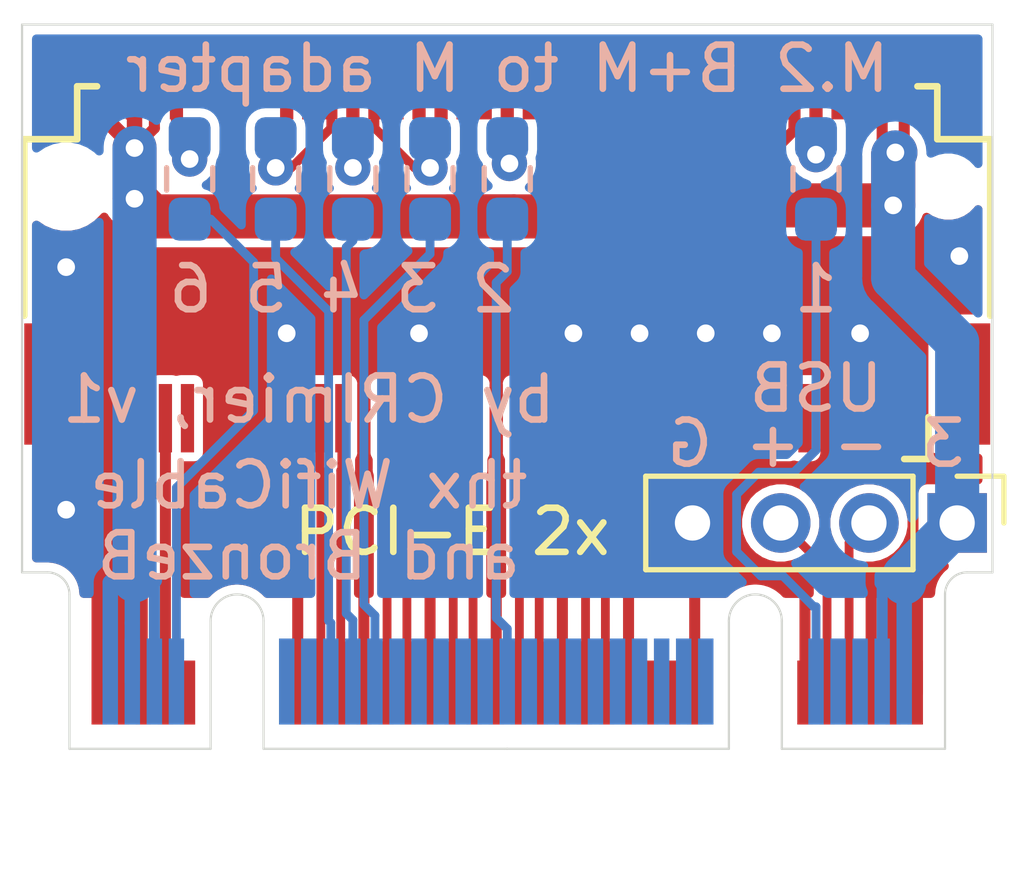
<source format=kicad_pcb>
(kicad_pcb (version 20171130) (host pcbnew 5.1.5+dfsg1-2build2)

  (general
    (thickness 1.6)
    (drawings 11)
    (tracks 207)
    (zones 0)
    (modules 9)
    (nets 76)
  )

  (page A4)
  (layers
    (0 F.Cu signal)
    (31 B.Cu signal)
    (32 B.Adhes user)
    (33 F.Adhes user)
    (34 B.Paste user)
    (35 F.Paste user)
    (36 B.SilkS user)
    (37 F.SilkS user)
    (38 B.Mask user hide)
    (39 F.Mask user hide)
    (40 Dwgs.User user)
    (41 Cmts.User user)
    (42 Eco1.User user)
    (43 Eco2.User user)
    (44 Edge.Cuts user)
    (45 Margin user)
    (46 B.CrtYd user)
    (47 F.CrtYd user)
    (48 B.Fab user)
    (49 F.Fab user)
  )

  (setup
    (last_trace_width 1)
    (user_trace_width 0.2)
    (user_trace_width 0.35)
    (user_trace_width 1)
    (trace_clearance 0.2)
    (zone_clearance 0.2)
    (zone_45_only yes)
    (trace_min 0.2)
    (via_size 0.8)
    (via_drill 0.4)
    (via_min_size 0.4)
    (via_min_drill 0.3)
    (uvia_size 0.3)
    (uvia_drill 0.1)
    (uvias_allowed no)
    (uvia_min_size 0.2)
    (uvia_min_drill 0.1)
    (edge_width 0.05)
    (segment_width 0.2)
    (pcb_text_width 0.3)
    (pcb_text_size 1.5 1.5)
    (mod_edge_width 0.12)
    (mod_text_size 1 1)
    (mod_text_width 0.15)
    (pad_size 1.524 1.524)
    (pad_drill 0.762)
    (pad_to_mask_clearance 0.051)
    (solder_mask_min_width 0.25)
    (aux_axis_origin 0 0)
    (visible_elements FFFFFF7F)
    (pcbplotparams
      (layerselection 0x010fc_ffffffff)
      (usegerberextensions false)
      (usegerberattributes false)
      (usegerberadvancedattributes false)
      (creategerberjobfile false)
      (excludeedgelayer true)
      (linewidth 0.100000)
      (plotframeref false)
      (viasonmask false)
      (mode 1)
      (useauxorigin false)
      (hpglpennumber 1)
      (hpglpenspeed 20)
      (hpglpendiameter 15.000000)
      (psnegative false)
      (psa4output false)
      (plotreference true)
      (plotvalue true)
      (plotinvisibletext false)
      (padsonsilk false)
      (subtractmaskfromsilk false)
      (outputformat 1)
      (mirror false)
      (drillshape 1)
      (scaleselection 1)
      (outputdirectory ""))
  )

  (net 0 "")
  (net 1 "Net-(R1-Pad2)")
  (net 2 DAS\DSS)
  (net 3 "Net-(R2-Pad2)")
  (net 4 DEVSLP)
  (net 5 "Net-(R3-Pad2)")
  (net 6 ~PERST)
  (net 7 "Net-(R4-Pad2)")
  (net 8 ~CLKREQ)
  (net 9 "Net-(R5-Pad2)")
  (net 10 ~PEWAKE)
  (net 11 "Net-(R6-Pad2)")
  (net 12 SUSCLK)
  (net 13 GND)
  (net 14 +3V3)
  (net 15 /PCIE_~SATA)
  (net 16 "Net-(U1-Pad67)")
  (net 17 "Net-(U1-Pad58)")
  (net 18 "Net-(U1-Pad56)")
  (net 19 /REFCLK+)
  (net 20 /REFCLK-)
  (net 21 /PET0+)
  (net 22 "Net-(U1-Pad48)")
  (net 23 /PET0-)
  (net 24 "Net-(U1-Pad46)")
  (net 25 "Net-(U1-Pad44)")
  (net 26 /PER0+)
  (net 27 "Net-(U1-Pad42)")
  (net 28 /PER0-)
  (net 29 "Net-(U1-Pad40)")
  (net 30 /PET1+)
  (net 31 "Net-(U1-Pad36)")
  (net 32 /PET1-)
  (net 33 "Net-(U1-Pad34)")
  (net 34 "Net-(U1-Pad32)")
  (net 35 /PER1+)
  (net 36 "Net-(U1-Pad30)")
  (net 37 /PER1-)
  (net 38 "Net-(U1-Pad28)")
  (net 39 "Net-(U1-Pad26)")
  (net 40 "Net-(U1-Pad25)")
  (net 41 "Net-(U1-Pad24)")
  (net 42 "Net-(U1-Pad23)")
  (net 43 "Net-(U1-Pad22)")
  (net 44 "Net-(U1-Pad20)")
  (net 45 "Net-(U1-Pad11)")
  (net 46 "Net-(U1-Pad8)")
  (net 47 "Net-(U1-Pad7)")
  (net 48 "Net-(U1-Pad6)")
  (net 49 "Net-(U1-Pad5)")
  (net 50 "Net-(U1-Pad13)")
  (net 51 "Net-(U1-Pad17)")
  (net 52 "Net-(U1-Pad19)")
  (net 53 "Net-(U2-Pad67)")
  (net 54 "Net-(U2-Pad58)")
  (net 55 "Net-(U2-Pad56)")
  (net 56 "Net-(U2-Pad48)")
  (net 57 "Net-(U2-Pad46)")
  (net 58 "Net-(U2-Pad44)")
  (net 59 "Net-(U2-Pad42)")
  (net 60 "Net-(U2-Pad40)")
  (net 61 "Net-(U2-Pad36)")
  (net 62 "Net-(U2-Pad34)")
  (net 63 "Net-(U2-Pad32)")
  (net 64 "Net-(U2-Pad30)")
  (net 65 "Net-(U2-Pad28)")
  (net 66 "Net-(U2-Pad26)")
  (net 67 "Net-(U2-Pad25)")
  (net 68 "Net-(U2-Pad24)")
  (net 69 "Net-(U2-Pad23)")
  (net 70 "Net-(U2-Pad22)")
  (net 71 "Net-(U2-Pad20)")
  (net 72 D+)
  (net 73 "Net-(U2-Pad8)")
  (net 74 D-)
  (net 75 "Net-(U2-Pad6)")

  (net_class Default "This is the default net class."
    (clearance 0.2)
    (trace_width 0.25)
    (via_dia 0.8)
    (via_drill 0.4)
    (uvia_dia 0.3)
    (uvia_drill 0.1)
    (add_net +3V3)
    (add_net /PCIE_~SATA)
    (add_net /PER0+)
    (add_net /PER0-)
    (add_net /PER1+)
    (add_net /PER1-)
    (add_net /PET0+)
    (add_net /PET0-)
    (add_net /PET1+)
    (add_net /PET1-)
    (add_net /REFCLK+)
    (add_net /REFCLK-)
    (add_net D+)
    (add_net D-)
    (add_net DAS\DSS)
    (add_net DEVSLP)
    (add_net GND)
    (add_net "Net-(R1-Pad2)")
    (add_net "Net-(R2-Pad2)")
    (add_net "Net-(R3-Pad2)")
    (add_net "Net-(R4-Pad2)")
    (add_net "Net-(R5-Pad2)")
    (add_net "Net-(R6-Pad2)")
    (add_net "Net-(U1-Pad11)")
    (add_net "Net-(U1-Pad13)")
    (add_net "Net-(U1-Pad17)")
    (add_net "Net-(U1-Pad19)")
    (add_net "Net-(U1-Pad20)")
    (add_net "Net-(U1-Pad22)")
    (add_net "Net-(U1-Pad23)")
    (add_net "Net-(U1-Pad24)")
    (add_net "Net-(U1-Pad25)")
    (add_net "Net-(U1-Pad26)")
    (add_net "Net-(U1-Pad28)")
    (add_net "Net-(U1-Pad30)")
    (add_net "Net-(U1-Pad32)")
    (add_net "Net-(U1-Pad34)")
    (add_net "Net-(U1-Pad36)")
    (add_net "Net-(U1-Pad40)")
    (add_net "Net-(U1-Pad42)")
    (add_net "Net-(U1-Pad44)")
    (add_net "Net-(U1-Pad46)")
    (add_net "Net-(U1-Pad48)")
    (add_net "Net-(U1-Pad5)")
    (add_net "Net-(U1-Pad56)")
    (add_net "Net-(U1-Pad58)")
    (add_net "Net-(U1-Pad6)")
    (add_net "Net-(U1-Pad67)")
    (add_net "Net-(U1-Pad7)")
    (add_net "Net-(U1-Pad8)")
    (add_net "Net-(U2-Pad20)")
    (add_net "Net-(U2-Pad22)")
    (add_net "Net-(U2-Pad23)")
    (add_net "Net-(U2-Pad24)")
    (add_net "Net-(U2-Pad25)")
    (add_net "Net-(U2-Pad26)")
    (add_net "Net-(U2-Pad28)")
    (add_net "Net-(U2-Pad30)")
    (add_net "Net-(U2-Pad32)")
    (add_net "Net-(U2-Pad34)")
    (add_net "Net-(U2-Pad36)")
    (add_net "Net-(U2-Pad40)")
    (add_net "Net-(U2-Pad42)")
    (add_net "Net-(U2-Pad44)")
    (add_net "Net-(U2-Pad46)")
    (add_net "Net-(U2-Pad48)")
    (add_net "Net-(U2-Pad56)")
    (add_net "Net-(U2-Pad58)")
    (add_net "Net-(U2-Pad6)")
    (add_net "Net-(U2-Pad67)")
    (add_net "Net-(U2-Pad8)")
    (add_net SUSCLK)
    (add_net ~CLKREQ)
    (add_net ~PERST)
    (add_net ~PEWAKE)
  )

  (module Connector_PinHeader_2.00mm:PinHeader_1x04_P2.00mm_Vertical (layer F.Cu) (tedit 59FED667) (tstamp 61712ACF)
    (at 150.2 165.8 270)
    (descr "Through hole straight pin header, 1x04, 2.00mm pitch, single row")
    (tags "Through hole pin header THT 1x04 2.00mm single row")
    (path /617E5E56)
    (fp_text reference J1 (at 0 -2.06 90) (layer F.SilkS) hide
      (effects (font (size 1 1) (thickness 0.15)))
    )
    (fp_text value USB (at 0 8.06 90) (layer F.Fab)
      (effects (font (size 1 1) (thickness 0.15)))
    )
    (fp_text user %R (at 0 3) (layer F.Fab)
      (effects (font (size 1 1) (thickness 0.15)))
    )
    (fp_line (start 1.5 -1.5) (end -1.5 -1.5) (layer F.CrtYd) (width 0.05))
    (fp_line (start 1.5 7.5) (end 1.5 -1.5) (layer F.CrtYd) (width 0.05))
    (fp_line (start -1.5 7.5) (end 1.5 7.5) (layer F.CrtYd) (width 0.05))
    (fp_line (start -1.5 -1.5) (end -1.5 7.5) (layer F.CrtYd) (width 0.05))
    (fp_line (start -1.06 -1.06) (end 0 -1.06) (layer F.SilkS) (width 0.12))
    (fp_line (start -1.06 0) (end -1.06 -1.06) (layer F.SilkS) (width 0.12))
    (fp_line (start -1.06 1) (end 1.06 1) (layer F.SilkS) (width 0.12))
    (fp_line (start 1.06 1) (end 1.06 7.06) (layer F.SilkS) (width 0.12))
    (fp_line (start -1.06 1) (end -1.06 7.06) (layer F.SilkS) (width 0.12))
    (fp_line (start -1.06 7.06) (end 1.06 7.06) (layer F.SilkS) (width 0.12))
    (fp_line (start -1 -0.5) (end -0.5 -1) (layer F.Fab) (width 0.1))
    (fp_line (start -1 7) (end -1 -0.5) (layer F.Fab) (width 0.1))
    (fp_line (start 1 7) (end -1 7) (layer F.Fab) (width 0.1))
    (fp_line (start 1 -1) (end 1 7) (layer F.Fab) (width 0.1))
    (fp_line (start -0.5 -1) (end 1 -1) (layer F.Fab) (width 0.1))
    (pad 4 thru_hole oval (at 0 6 270) (size 1.35 1.35) (drill 0.8) (layers *.Cu *.Mask)
      (net 13 GND))
    (pad 3 thru_hole oval (at 0 4 270) (size 1.35 1.35) (drill 0.8) (layers *.Cu *.Mask)
      (net 72 D+))
    (pad 2 thru_hole oval (at 0 2 270) (size 1.35 1.35) (drill 0.8) (layers *.Cu *.Mask)
      (net 74 D-))
    (pad 1 thru_hole rect (at 0 0 270) (size 1.35 1.35) (drill 0.8) (layers *.Cu *.Mask)
      (net 14 +3V3))
  )

  (module nvme_bm_to_m:Conn_TE-M.2-0.5-67P-doublesided_TypeM (layer F.Cu) (tedit 61708972) (tstamp 61710823)
    (at 140 158.15 180)
    (path /6170935D)
    (fp_text reference U1 (at 0 1) (layer F.Fab)
      (effects (font (size 0.6 0.6) (thickness 0.1)))
    )
    (fp_text value NGFF_M (at 0 0) (layer F.Fab)
      (effects (font (size 0.6 0.5) (thickness 0.1)))
    )
    (fp_text user "ENTRY SIDE" (at 0 3.75) (layer Cmts.User)
      (effects (font (size 0.6 0.6) (thickness 0.06)))
    )
    (fp_line (start -11.25 -6.25) (end 11.25 -6.25) (layer F.CrtYd) (width 0.05))
    (fp_line (start -11.25 1.25) (end -11.25 -6.25) (layer F.CrtYd) (width 0.05))
    (fp_line (start 11.25 -6.25) (end 11.25 1.25) (layer F.CrtYd) (width 0.05))
    (fp_line (start -9.55 -5.25) (end -9.55 -6.2) (layer F.SilkS) (width 0.15))
    (fp_line (start -9.55 -6.2) (end -9 -6.2) (layer F.SilkS) (width 0.15))
    (fp_line (start 10.95 1.05) (end 10.95 -2.95) (layer F.SilkS) (width 0.15))
    (fp_line (start -10.95 1.05) (end -10.95 -2.95) (layer F.SilkS) (width 0.15))
    (fp_text user %R (at -10.1 -4.8) (layer Eco1.User)
      (effects (font (size 0.3 0.3) (thickness 0.03)))
    )
    (fp_line (start 10.95 1.05) (end 9.75 1.05) (layer F.SilkS) (width 0.15))
    (fp_line (start 9.75 1.05) (end 9.75 2.25) (layer F.SilkS) (width 0.15))
    (fp_line (start 9.75 2.25) (end 9.3 2.25) (layer F.SilkS) (width 0.15))
    (fp_line (start -9.3 2.25) (end -9.75 2.25) (layer F.SilkS) (width 0.15))
    (fp_line (start -9.75 2.25) (end -9.75 1.05) (layer F.SilkS) (width 0.15))
    (fp_line (start -9.75 1.05) (end -10.95 1.05) (layer F.SilkS) (width 0.15))
    (fp_line (start 11.25 1.25) (end 10 1.25) (layer F.CrtYd) (width 0.05))
    (fp_line (start 10 1.25) (end 10 3.25) (layer F.CrtYd) (width 0.05))
    (fp_line (start 10 3.25) (end -10 3.25) (layer F.CrtYd) (width 0.05))
    (fp_line (start -10 3.25) (end -10 1.25) (layer F.CrtYd) (width 0.05))
    (fp_line (start -10 1.25) (end -11.25 1.25) (layer F.CrtYd) (width 0.05))
    (fp_line (start -10.95 -5.25) (end -10.95 1.05) (layer F.Fab) (width 0.05))
    (fp_line (start 10.95 1.05) (end 10.95 -5.25) (layer F.Fab) (width 0.05))
    (fp_line (start -9.75 2.25) (end 9.75 2.25) (layer F.Fab) (width 0.05))
    (fp_line (start -10.95 1.05) (end -9.75 1.05) (layer F.Fab) (width 0.05))
    (fp_line (start -9.75 1.05) (end -9.75 2.25) (layer F.Fab) (width 0.05))
    (fp_line (start 10.95 1.05) (end 9.75 1.05) (layer F.Fab) (width 0.05))
    (fp_line (start 9.75 1.05) (end 9.75 2.25) (layer F.Fab) (width 0.05))
    (fp_line (start -10.95 -4.75) (end -10.45 -5.25) (layer F.Fab) (width 0.05))
    (fp_line (start -10.95 -5.25) (end 10.95 -5.25) (layer F.Fab) (width 0.05))
    (fp_line (start -10.95 -1.75) (end 10.95 -1.75) (layer F.Fab) (width 0.12))
    (fp_text user "inserted card edge" (at 0.1 -2.4) (layer F.Fab)
      (effects (font (size 1 1) (thickness 0.15)))
    )
    (pad 19 smd rect (at -4.75 -5.275 180) (size 0.3 1.55) (layers F.Cu F.Paste F.Mask)
      (net 52 "Net-(U1-Pad19)"))
    (pad 17 smd rect (at -5.25 -5.275 180) (size 0.3 1.55) (layers F.Cu F.Paste F.Mask)
      (net 51 "Net-(U1-Pad17)"))
    (pad 15 smd rect (at -5.75 -5.275 180) (size 0.3 1.55) (layers F.Cu F.Paste F.Mask)
      (net 13 GND))
    (pad 13 smd rect (at -6.25 -5.275 180) (size 0.3 1.55) (layers F.Cu F.Paste F.Mask)
      (net 50 "Net-(U1-Pad13)"))
    (pad 18 smd rect (at -5 2.275 180) (size 0.3 1.55) (layers F.Cu F.Paste F.Mask)
      (net 14 +3V3))
    (pad 16 smd rect (at -5.5 2.275 180) (size 0.3 1.55) (layers F.Cu F.Paste F.Mask)
      (net 14 +3V3))
    (pad 14 smd rect (at -6 2.275 180) (size 0.3 1.55) (layers F.Cu F.Paste F.Mask)
      (net 14 +3V3))
    (pad 12 smd rect (at -6.5 2.275 180) (size 0.3 1.55) (layers F.Cu F.Paste F.Mask)
      (net 14 +3V3))
    (pad 1 smd rect (at -9.25 -5.275 180) (size 0.3 1.55) (layers F.Cu F.Paste F.Mask)
      (net 13 GND))
    (pad 2 smd rect (at -9 2.275 180) (size 0.3 1.55) (layers F.Cu F.Paste F.Mask)
      (net 14 +3V3))
    (pad 3 smd rect (at -8.75 -5.275 180) (size 0.3 1.55) (layers F.Cu F.Paste F.Mask)
      (net 13 GND))
    (pad 4 smd rect (at -8.5 2.275 180) (size 0.3 1.55) (layers F.Cu F.Paste F.Mask)
      (net 14 +3V3))
    (pad 5 smd rect (at -8.25 -5.275 180) (size 0.3 1.55) (layers F.Cu F.Paste F.Mask)
      (net 49 "Net-(U1-Pad5)"))
    (pad 6 smd rect (at -8 2.275 180) (size 0.3 1.55) (layers F.Cu F.Paste F.Mask)
      (net 48 "Net-(U1-Pad6)"))
    (pad 7 smd rect (at -7.75 -5.275 180) (size 0.3 1.55) (layers F.Cu F.Paste F.Mask)
      (net 47 "Net-(U1-Pad7)"))
    (pad 8 smd rect (at -7.5 2.275 180) (size 0.3 1.55) (layers F.Cu F.Paste F.Mask)
      (net 46 "Net-(U1-Pad8)"))
    (pad 9 smd rect (at -7.25 -5.275 180) (size 0.3 1.55) (layers F.Cu F.Paste F.Mask)
      (net 13 GND))
    (pad 10 smd rect (at -7 2.275 180) (size 0.3 1.55) (layers F.Cu F.Paste F.Mask)
      (net 2 DAS\DSS))
    (pad 11 smd rect (at -6.75 -5.275 180) (size 0.3 1.55) (layers F.Cu F.Paste F.Mask)
      (net 45 "Net-(U1-Pad11)"))
    (pad 20 smd rect (at -4.5 2.275 180) (size 0.3 1.55) (layers F.Cu F.Paste F.Mask)
      (net 44 "Net-(U1-Pad20)"))
    (pad 21 smd rect (at -4.25 -5.275 180) (size 0.3 1.55) (layers F.Cu F.Paste F.Mask)
      (net 13 GND))
    (pad 22 smd rect (at -4 2.275 180) (size 0.3 1.55) (layers F.Cu F.Paste F.Mask)
      (net 43 "Net-(U1-Pad22)"))
    (pad 23 smd rect (at -3.75 -5.275 180) (size 0.3 1.55) (layers F.Cu F.Paste F.Mask)
      (net 42 "Net-(U1-Pad23)"))
    (pad 24 smd rect (at -3.5 2.275 180) (size 0.3 1.55) (layers F.Cu F.Paste F.Mask)
      (net 41 "Net-(U1-Pad24)"))
    (pad 25 smd rect (at -3.25 -5.275 180) (size 0.3 1.55) (layers F.Cu F.Paste F.Mask)
      (net 40 "Net-(U1-Pad25)"))
    (pad 26 smd rect (at -3 2.275 180) (size 0.3 1.55) (layers F.Cu F.Paste F.Mask)
      (net 39 "Net-(U1-Pad26)"))
    (pad 27 smd rect (at -2.75 -5.275 180) (size 0.3 1.55) (layers F.Cu F.Paste F.Mask)
      (net 13 GND))
    (pad 28 smd rect (at -2.5 2.275 180) (size 0.3 1.55) (layers F.Cu F.Paste F.Mask)
      (net 38 "Net-(U1-Pad28)"))
    (pad 29 smd rect (at -2.25 -5.275 180) (size 0.3 1.55) (layers F.Cu F.Paste F.Mask)
      (net 37 /PER1-))
    (pad 30 smd rect (at -2 2.275 180) (size 0.3 1.55) (layers F.Cu F.Paste F.Mask)
      (net 36 "Net-(U1-Pad30)"))
    (pad 31 smd rect (at -1.75 -5.275 180) (size 0.3 1.55) (layers F.Cu F.Paste F.Mask)
      (net 35 /PER1+))
    (pad 32 smd rect (at -1.5 2.275 180) (size 0.3 1.55) (layers F.Cu F.Paste F.Mask)
      (net 34 "Net-(U1-Pad32)"))
    (pad 33 smd rect (at -1.25 -5.275 180) (size 0.3 1.55) (layers F.Cu F.Paste F.Mask)
      (net 13 GND))
    (pad 34 smd rect (at -1 2.275 180) (size 0.3 1.55) (layers F.Cu F.Paste F.Mask)
      (net 33 "Net-(U1-Pad34)"))
    (pad 35 smd rect (at -0.75 -5.275 180) (size 0.3 1.55) (layers F.Cu F.Paste F.Mask)
      (net 32 /PET1-))
    (pad 36 smd rect (at -0.5 2.275 180) (size 0.3 1.55) (layers F.Cu F.Paste F.Mask)
      (net 31 "Net-(U1-Pad36)"))
    (pad 37 smd rect (at -0.25 -5.275 180) (size 0.3 1.55) (layers F.Cu F.Paste F.Mask)
      (net 30 /PET1+))
    (pad 38 smd rect (at 0 2.275 180) (size 0.3 1.55) (layers F.Cu F.Paste F.Mask)
      (net 4 DEVSLP))
    (pad 39 smd rect (at 0.25 -5.275 180) (size 0.3 1.55) (layers F.Cu F.Paste F.Mask)
      (net 13 GND))
    (pad 40 smd rect (at 0.5 2.275 180) (size 0.3 1.55) (layers F.Cu F.Paste F.Mask)
      (net 29 "Net-(U1-Pad40)"))
    (pad 41 smd rect (at 0.75 -5.275 180) (size 0.3 1.55) (layers F.Cu F.Paste F.Mask)
      (net 28 /PER0-))
    (pad 42 smd rect (at 1 2.275 180) (size 0.3 1.55) (layers F.Cu F.Paste F.Mask)
      (net 27 "Net-(U1-Pad42)"))
    (pad 43 smd rect (at 1.25 -5.275 180) (size 0.3 1.55) (layers F.Cu F.Paste F.Mask)
      (net 26 /PER0+))
    (pad 44 smd rect (at 1.5 2.275 180) (size 0.3 1.55) (layers F.Cu F.Paste F.Mask)
      (net 25 "Net-(U1-Pad44)"))
    (pad 45 smd rect (at 1.75 -5.275 180) (size 0.3 1.55) (layers F.Cu F.Paste F.Mask)
      (net 13 GND))
    (pad 46 smd rect (at 2 2.275 180) (size 0.3 1.55) (layers F.Cu F.Paste F.Mask)
      (net 24 "Net-(U1-Pad46)"))
    (pad 47 smd rect (at 2.25 -5.275 180) (size 0.3 1.55) (layers F.Cu F.Paste F.Mask)
      (net 23 /PET0-))
    (pad 48 smd rect (at 2.5 2.275 180) (size 0.3 1.55) (layers F.Cu F.Paste F.Mask)
      (net 22 "Net-(U1-Pad48)"))
    (pad 49 smd rect (at 2.75 -5.275 180) (size 0.3 1.55) (layers F.Cu F.Paste F.Mask)
      (net 21 /PET0+))
    (pad 50 smd rect (at 3 2.275 180) (size 0.3 1.55) (layers F.Cu F.Paste F.Mask)
      (net 6 ~PERST))
    (pad 51 smd rect (at 3.25 -5.275 180) (size 0.3 1.55) (layers F.Cu F.Paste F.Mask)
      (net 13 GND))
    (pad 52 smd rect (at 3.5 2.275 180) (size 0.3 1.55) (layers F.Cu F.Paste F.Mask)
      (net 8 ~CLKREQ))
    (pad 53 smd rect (at 3.75 -5.275 180) (size 0.3 1.55) (layers F.Cu F.Paste F.Mask)
      (net 20 /REFCLK-))
    (pad 54 smd rect (at 4 2.275 180) (size 0.3 1.55) (layers F.Cu F.Paste F.Mask)
      (net 10 ~PEWAKE))
    (pad 55 smd rect (at 4.25 -5.275 180) (size 0.3 1.55) (layers F.Cu F.Paste F.Mask)
      (net 19 /REFCLK+))
    (pad 56 smd rect (at 4.5 2.275 180) (size 0.3 1.55) (layers F.Cu F.Paste F.Mask)
      (net 18 "Net-(U1-Pad56)"))
    (pad 57 smd rect (at 4.75 -5.275 180) (size 0.3 1.55) (layers F.Cu F.Paste F.Mask)
      (net 13 GND))
    (pad 58 smd rect (at 5 2.275 180) (size 0.3 1.55) (layers F.Cu F.Paste F.Mask)
      (net 17 "Net-(U1-Pad58)"))
    (pad 67 smd rect (at 7.25 -5.275 180) (size 0.3 1.55) (layers F.Cu F.Paste F.Mask)
      (net 16 "Net-(U1-Pad67)"))
    (pad 68 smd rect (at 7.5 2.275 180) (size 0.3 1.55) (layers F.Cu F.Paste F.Mask)
      (net 12 SUSCLK))
    (pad 69 smd rect (at 7.75 -5.275 180) (size 0.3 1.55) (layers F.Cu F.Paste F.Mask)
      (net 15 /PCIE_~SATA))
    (pad 70 smd rect (at 8 2.275 180) (size 0.3 1.55) (layers F.Cu F.Paste F.Mask)
      (net 14 +3V3))
    (pad 71 smd rect (at 8.25 -5.275 180) (size 0.3 1.55) (layers F.Cu F.Paste F.Mask)
      (net 13 GND))
    (pad 72 smd rect (at 8.5 2.275 180) (size 0.3 1.55) (layers F.Cu F.Paste F.Mask)
      (net 14 +3V3))
    (pad 73 smd rect (at 8.75 -5.275 180) (size 0.3 1.55) (layers F.Cu F.Paste F.Mask)
      (net 13 GND))
    (pad 74 smd rect (at 9 2.275 180) (size 0.3 1.55) (layers F.Cu F.Paste F.Mask)
      (net 14 +3V3))
    (pad 75 smd rect (at 9.25 -5.275 180) (size 0.3 1.55) (layers F.Cu F.Paste F.Mask)
      (net 13 GND))
    (pad "" np_thru_hole circle (at -10 -0.025 180) (size 1.1 1.1) (drill 1.1) (layers *.Cu))
    (pad "" np_thru_hole circle (at 10 -0.025 180) (size 1.6 1.6) (drill 1.6) (layers *.Cu))
    (pad "" smd rect (at -10.35 -4.5 180) (size 1.2 2.75) (layers F.Cu F.Paste F.Mask))
    (pad "" smd rect (at 10.35 -4.5 180) (size 1.2 2.75) (layers F.Cu F.Paste F.Mask))
    (model ../../../../../home/paulr/owncloud.home/Electronics/KiCadLibs/MyKiCadLibs.pretty/M.2_key_B_TE.wrl
      (at (xyz 0 0 0))
      (scale (xyz 0.3937 0.3937 0.3937))
      (rotate (xyz 0 0 0))
    )
  )

  (module nvme_bm_to_m:NGFF_B+M (layer F.Cu) (tedit 0) (tstamp 6170DD48)
    (at 140 170.92)
    (path /617085D2)
    (fp_text reference U2 (at 0 4) (layer F.SilkS) hide
      (effects (font (size 1 1) (thickness 0.15)))
    )
    (fp_text value NGFF_B (at 0 2) (layer F.Fab)
      (effects (font (size 1 1) (thickness 0.15)))
    )
    (fp_poly (pts (xy 6.225 0) (xy 9.925 0) (xy 9.925 -2.5) (xy 6.225 -2.5)) (layer B.Mask) (width 0.1))
    (fp_poly (pts (xy 6.225 0) (xy 9.925 0) (xy 9.925 -2) (xy 6.225 -2)) (layer F.Mask) (width 0.1))
    (fp_poly (pts (xy -5.525 0) (xy 5.025 0) (xy 5.025 -2.5) (xy -5.525 -2.5)) (layer B.Mask) (width 0.1))
    (fp_poly (pts (xy -5.525 0) (xy 5.025 0) (xy 5.025 -2) (xy -5.525 -2)) (layer F.Mask) (width 0.1))
    (fp_poly (pts (xy -9.925 0) (xy -6.725 0) (xy -6.725 -2.5) (xy -9.925 -2.5)) (layer B.Mask) (width 0.1))
    (fp_poly (pts (xy -9.925 0) (xy -6.725 0) (xy -6.725 -2) (xy -9.925 -2)) (layer F.Mask) (width 0.1))
    (fp_line (start 10.425 -4) (end 11 -4) (layer Edge.Cuts) (width 0.05))
    (fp_arc (start 10.425 -3.5) (end 9.925 -3.5) (angle 90) (layer Edge.Cuts) (width 0.05))
    (fp_line (start 9.925 0) (end 9.925 -3.5) (layer Edge.Cuts) (width 0.05))
    (fp_line (start 6.225 0) (end 9.925 0) (layer Edge.Cuts) (width 0.05))
    (fp_line (start 6.225 -2.9) (end 6.225 0) (layer Edge.Cuts) (width 0.05))
    (fp_arc (start 5.625 -2.9) (end 5.025 -2.9) (angle 180) (layer Edge.Cuts) (width 0.05))
    (fp_line (start 5.025 0) (end 5.025 -2.9) (layer Edge.Cuts) (width 0.05))
    (fp_line (start 0 0) (end 5.025 0) (layer Edge.Cuts) (width 0.05))
    (fp_line (start -5.525 0) (end 0 0) (layer Edge.Cuts) (width 0.05))
    (fp_line (start -5.525 -2.9) (end -5.525 0) (layer Edge.Cuts) (width 0.05))
    (fp_arc (start -6.125 -2.9) (end -6.725 -2.9) (angle 180) (layer Edge.Cuts) (width 0.05))
    (fp_line (start -6.725 0) (end -6.725 -2.9) (layer Edge.Cuts) (width 0.05))
    (fp_line (start -9.925 0) (end -6.725 0) (layer Edge.Cuts) (width 0.05))
    (fp_line (start -9.925 -3.5) (end -9.925 0) (layer Edge.Cuts) (width 0.05))
    (fp_arc (start -10.425 -3.5) (end -10.425 -4) (angle 90) (layer Edge.Cuts) (width 0.05))
    (fp_line (start -11 -4) (end -10.425 -4) (layer Edge.Cuts) (width 0.05))
    (pad 75 smd rect (at -9.25 -1.275) (size 0.35 1.45) (layers F.Cu)
      (net 13 GND))
    (pad 74 smd rect (at -9 -1.525) (size 0.35 1.95) (layers B.Cu)
      (net 14 +3V3))
    (pad 73 smd rect (at -8.75 -1.275) (size 0.35 1.45) (layers F.Cu)
      (net 13 GND))
    (pad 72 smd rect (at -8.5 -1.525) (size 0.35 1.95) (layers B.Cu)
      (net 14 +3V3))
    (pad 71 smd rect (at -8.25 -1.275) (size 0.35 1.45) (layers F.Cu)
      (net 13 GND))
    (pad 70 smd rect (at -8 -1.525) (size 0.35 1.95) (layers B.Cu)
      (net 14 +3V3))
    (pad 69 smd rect (at -7.75 -1.275) (size 0.35 1.45) (layers F.Cu)
      (net 15 /PCIE_~SATA))
    (pad 68 smd rect (at -7.5 -1.525) (size 0.35 1.95) (layers B.Cu)
      (net 11 "Net-(R6-Pad2)"))
    (pad 67 smd rect (at -7.25 -1.275) (size 0.35 1.45) (layers F.Cu)
      (net 53 "Net-(U2-Pad67)"))
    (pad 58 smd rect (at -5 -1.525) (size 0.35 1.95) (layers B.Cu)
      (net 54 "Net-(U2-Pad58)"))
    (pad 57 smd rect (at -4.75 -1.275) (size 0.35 1.45) (layers F.Cu)
      (net 13 GND))
    (pad 56 smd rect (at -4.5 -1.525) (size 0.35 1.95) (layers B.Cu)
      (net 55 "Net-(U2-Pad56)"))
    (pad 55 smd rect (at -4.25 -1.275) (size 0.35 1.45) (layers F.Cu)
      (net 19 /REFCLK+))
    (pad 54 smd rect (at -4 -1.525) (size 0.35 1.95) (layers B.Cu)
      (net 9 "Net-(R5-Pad2)"))
    (pad 53 smd rect (at -3.75 -1.275) (size 0.35 1.45) (layers F.Cu)
      (net 20 /REFCLK-))
    (pad 52 smd rect (at -3.5 -1.525) (size 0.35 1.95) (layers B.Cu)
      (net 7 "Net-(R4-Pad2)"))
    (pad 51 smd rect (at -3.25 -1.275) (size 0.35 1.45) (layers F.Cu)
      (net 13 GND))
    (pad 50 smd rect (at -3 -1.525) (size 0.35 1.95) (layers B.Cu)
      (net 5 "Net-(R3-Pad2)"))
    (pad 49 smd rect (at -2.75 -1.275) (size 0.35 1.45) (layers F.Cu)
      (net 21 /PET0+))
    (pad 48 smd rect (at -2.5 -1.525) (size 0.35 1.95) (layers B.Cu)
      (net 56 "Net-(U2-Pad48)"))
    (pad 47 smd rect (at -2.25 -1.275) (size 0.35 1.45) (layers F.Cu)
      (net 23 /PET0-))
    (pad 46 smd rect (at -2 -1.525) (size 0.35 1.95) (layers B.Cu)
      (net 57 "Net-(U2-Pad46)"))
    (pad 45 smd rect (at -1.75 -1.275) (size 0.35 1.45) (layers F.Cu)
      (net 13 GND))
    (pad 44 smd rect (at -1.5 -1.525) (size 0.35 1.95) (layers B.Cu)
      (net 58 "Net-(U2-Pad44)"))
    (pad 43 smd rect (at -1.25 -1.275) (size 0.35 1.45) (layers F.Cu)
      (net 26 /PER0+))
    (pad 42 smd rect (at -1 -1.525) (size 0.35 1.95) (layers B.Cu)
      (net 59 "Net-(U2-Pad42)"))
    (pad 41 smd rect (at -0.75 -1.275) (size 0.35 1.45) (layers F.Cu)
      (net 28 /PER0-))
    (pad 40 smd rect (at -0.5 -1.525) (size 0.35 1.95) (layers B.Cu)
      (net 60 "Net-(U2-Pad40)"))
    (pad 39 smd rect (at -0.25 -1.275) (size 0.35 1.45) (layers F.Cu)
      (net 13 GND))
    (pad 38 smd rect (at 0 -1.525) (size 0.35 1.95) (layers B.Cu)
      (net 3 "Net-(R2-Pad2)"))
    (pad 37 smd rect (at 0.25 -1.275) (size 0.35 1.45) (layers F.Cu)
      (net 30 /PET1+))
    (pad 36 smd rect (at 0.5 -1.525) (size 0.35 1.95) (layers B.Cu)
      (net 61 "Net-(U2-Pad36)"))
    (pad 35 smd rect (at 0.75 -1.275) (size 0.35 1.45) (layers F.Cu)
      (net 32 /PET1-))
    (pad 34 smd rect (at 1 -1.525) (size 0.35 1.95) (layers B.Cu)
      (net 62 "Net-(U2-Pad34)"))
    (pad 33 smd rect (at 1.25 -1.275) (size 0.35 1.45) (layers F.Cu)
      (net 13 GND))
    (pad 32 smd rect (at 1.5 -1.525) (size 0.35 1.95) (layers B.Cu)
      (net 63 "Net-(U2-Pad32)"))
    (pad 31 smd rect (at 1.75 -1.275) (size 0.35 1.45) (layers F.Cu)
      (net 35 /PER1+))
    (pad 30 smd rect (at 2 -1.525) (size 0.35 1.95) (layers B.Cu)
      (net 64 "Net-(U2-Pad30)"))
    (pad 29 smd rect (at 2.25 -1.275) (size 0.35 1.45) (layers F.Cu)
      (net 37 /PER1-))
    (pad 28 smd rect (at 2.5 -1.525) (size 0.35 1.95) (layers B.Cu)
      (net 65 "Net-(U2-Pad28)"))
    (pad 27 smd rect (at 2.75 -1.275) (size 0.35 1.45) (layers F.Cu)
      (net 13 GND))
    (pad 26 smd rect (at 3 -1.525) (size 0.35 1.95) (layers B.Cu)
      (net 66 "Net-(U2-Pad26)"))
    (pad 25 smd rect (at 3.25 -1.275) (size 0.35 1.45) (layers F.Cu)
      (net 67 "Net-(U2-Pad25)"))
    (pad 24 smd rect (at 3.5 -1.525) (size 0.35 1.95) (layers B.Cu)
      (net 68 "Net-(U2-Pad24)"))
    (pad 23 smd rect (at 3.75 -1.275) (size 0.35 1.45) (layers F.Cu)
      (net 69 "Net-(U2-Pad23)"))
    (pad 22 smd rect (at 4 -1.525) (size 0.35 1.95) (layers B.Cu)
      (net 70 "Net-(U2-Pad22)"))
    (pad 21 smd rect (at 4.25 -1.275) (size 0.35 1.45) (layers F.Cu)
      (net 13 GND))
    (pad 20 smd rect (at 4.5 -1.525) (size 0.35 1.95) (layers B.Cu)
      (net 71 "Net-(U2-Pad20)"))
    (pad 11 smd rect (at 6.75 -1.275) (size 0.35 1.45) (layers F.Cu)
      (net 13 GND))
    (pad 10 smd rect (at 7 -1.525) (size 0.35 1.95) (layers B.Cu)
      (net 1 "Net-(R1-Pad2)"))
    (pad 9 smd rect (at 7.25 -1.275) (size 0.35 1.45) (layers F.Cu)
      (net 72 D+))
    (pad 8 smd rect (at 7.5 -1.525) (size 0.35 1.95) (layers B.Cu)
      (net 73 "Net-(U2-Pad8)"))
    (pad 7 smd rect (at 7.75 -1.275) (size 0.35 1.45) (layers F.Cu)
      (net 74 D-))
    (pad 6 smd rect (at 8 -1.525) (size 0.35 1.95) (layers B.Cu)
      (net 75 "Net-(U2-Pad6)"))
    (pad 5 smd rect (at 8.25 -1.275) (size 0.35 1.45) (layers F.Cu)
      (net 13 GND))
    (pad 4 smd rect (at 8.5 -1.525) (size 0.35 1.95) (layers B.Cu)
      (net 14 +3V3))
    (pad 3 smd rect (at 8.75 -1.275) (size 0.35 1.45) (layers F.Cu)
      (net 13 GND))
    (pad 2 smd rect (at 9 -1.525) (size 0.35 1.95) (layers B.Cu)
      (net 14 +3V3))
    (pad 1 smd rect (at 9.25 -1.275) (size 0.35 1.45) (layers F.Cu)
      (net 13 GND))
  )

  (module Resistor_SMD:R_0603_1608Metric_Pad0.98x0.95mm_HandSolder (layer B.Cu) (tedit 5F68FEEE) (tstamp 6170DC82)
    (at 132.8 158 270)
    (descr "Resistor SMD 0603 (1608 Metric), square (rectangular) end terminal, IPC_7351 nominal with elongated pad for handsoldering. (Body size source: IPC-SM-782 page 72, https://www.pcb-3d.com/wordpress/wp-content/uploads/ipc-sm-782a_amendment_1_and_2.pdf), generated with kicad-footprint-generator")
    (tags "resistor handsolder")
    (path /6179AE6D)
    (attr smd)
    (fp_text reference R6 (at 0 1.43 90) (layer B.SilkS) hide
      (effects (font (size 1 1) (thickness 0.15)) (justify mirror))
    )
    (fp_text value 0R (at 0 -1.43 90) (layer B.Fab)
      (effects (font (size 1 1) (thickness 0.15)) (justify mirror))
    )
    (fp_text user %R (at 0 0 90) (layer B.Fab)
      (effects (font (size 0.4 0.4) (thickness 0.06)) (justify mirror))
    )
    (fp_line (start 1.65 -0.73) (end -1.65 -0.73) (layer B.CrtYd) (width 0.05))
    (fp_line (start 1.65 0.73) (end 1.65 -0.73) (layer B.CrtYd) (width 0.05))
    (fp_line (start -1.65 0.73) (end 1.65 0.73) (layer B.CrtYd) (width 0.05))
    (fp_line (start -1.65 -0.73) (end -1.65 0.73) (layer B.CrtYd) (width 0.05))
    (fp_line (start -0.254724 -0.5225) (end 0.254724 -0.5225) (layer B.SilkS) (width 0.12))
    (fp_line (start -0.254724 0.5225) (end 0.254724 0.5225) (layer B.SilkS) (width 0.12))
    (fp_line (start 0.8 -0.4125) (end -0.8 -0.4125) (layer B.Fab) (width 0.1))
    (fp_line (start 0.8 0.4125) (end 0.8 -0.4125) (layer B.Fab) (width 0.1))
    (fp_line (start -0.8 0.4125) (end 0.8 0.4125) (layer B.Fab) (width 0.1))
    (fp_line (start -0.8 -0.4125) (end -0.8 0.4125) (layer B.Fab) (width 0.1))
    (pad 2 smd roundrect (at 0.9125 0 270) (size 0.975 0.95) (layers B.Cu B.Paste B.Mask) (roundrect_rratio 0.25)
      (net 11 "Net-(R6-Pad2)"))
    (pad 1 smd roundrect (at -0.9125 0 270) (size 0.975 0.95) (layers B.Cu B.Paste B.Mask) (roundrect_rratio 0.25)
      (net 12 SUSCLK))
    (model ${KISYS3DMOD}/Resistor_SMD.3dshapes/R_0603_1608Metric.wrl
      (at (xyz 0 0 0))
      (scale (xyz 1 1 1))
      (rotate (xyz 0 0 0))
    )
  )

  (module Resistor_SMD:R_0603_1608Metric_Pad0.98x0.95mm_HandSolder (layer B.Cu) (tedit 5F68FEEE) (tstamp 6170DC71)
    (at 134.75 158 270)
    (descr "Resistor SMD 0603 (1608 Metric), square (rectangular) end terminal, IPC_7351 nominal with elongated pad for handsoldering. (Body size source: IPC-SM-782 page 72, https://www.pcb-3d.com/wordpress/wp-content/uploads/ipc-sm-782a_amendment_1_and_2.pdf), generated with kicad-footprint-generator")
    (tags "resistor handsolder")
    (path /6179FC71)
    (attr smd)
    (fp_text reference R5 (at 0 1.43 90) (layer B.SilkS) hide
      (effects (font (size 1 1) (thickness 0.15)) (justify mirror))
    )
    (fp_text value 0R (at 0 -1.43 90) (layer B.Fab)
      (effects (font (size 1 1) (thickness 0.15)) (justify mirror))
    )
    (fp_text user %R (at 0 0 90) (layer B.Fab)
      (effects (font (size 0.4 0.4) (thickness 0.06)) (justify mirror))
    )
    (fp_line (start 1.65 -0.73) (end -1.65 -0.73) (layer B.CrtYd) (width 0.05))
    (fp_line (start 1.65 0.73) (end 1.65 -0.73) (layer B.CrtYd) (width 0.05))
    (fp_line (start -1.65 0.73) (end 1.65 0.73) (layer B.CrtYd) (width 0.05))
    (fp_line (start -1.65 -0.73) (end -1.65 0.73) (layer B.CrtYd) (width 0.05))
    (fp_line (start -0.254724 -0.5225) (end 0.254724 -0.5225) (layer B.SilkS) (width 0.12))
    (fp_line (start -0.254724 0.5225) (end 0.254724 0.5225) (layer B.SilkS) (width 0.12))
    (fp_line (start 0.8 -0.4125) (end -0.8 -0.4125) (layer B.Fab) (width 0.1))
    (fp_line (start 0.8 0.4125) (end 0.8 -0.4125) (layer B.Fab) (width 0.1))
    (fp_line (start -0.8 0.4125) (end 0.8 0.4125) (layer B.Fab) (width 0.1))
    (fp_line (start -0.8 -0.4125) (end -0.8 0.4125) (layer B.Fab) (width 0.1))
    (pad 2 smd roundrect (at 0.9125 0 270) (size 0.975 0.95) (layers B.Cu B.Paste B.Mask) (roundrect_rratio 0.25)
      (net 9 "Net-(R5-Pad2)"))
    (pad 1 smd roundrect (at -0.9125 0 270) (size 0.975 0.95) (layers B.Cu B.Paste B.Mask) (roundrect_rratio 0.25)
      (net 10 ~PEWAKE))
    (model ${KISYS3DMOD}/Resistor_SMD.3dshapes/R_0603_1608Metric.wrl
      (at (xyz 0 0 0))
      (scale (xyz 1 1 1))
      (rotate (xyz 0 0 0))
    )
  )

  (module Resistor_SMD:R_0603_1608Metric_Pad0.98x0.95mm_HandSolder (layer B.Cu) (tedit 5F68FEEE) (tstamp 6170DC60)
    (at 136.5 158 270)
    (descr "Resistor SMD 0603 (1608 Metric), square (rectangular) end terminal, IPC_7351 nominal with elongated pad for handsoldering. (Body size source: IPC-SM-782 page 72, https://www.pcb-3d.com/wordpress/wp-content/uploads/ipc-sm-782a_amendment_1_and_2.pdf), generated with kicad-footprint-generator")
    (tags "resistor handsolder")
    (path /617A0F62)
    (attr smd)
    (fp_text reference R4 (at 0 1.43 90) (layer B.SilkS) hide
      (effects (font (size 1 1) (thickness 0.15)) (justify mirror))
    )
    (fp_text value 0R (at 0 -1.43 90) (layer B.Fab)
      (effects (font (size 1 1) (thickness 0.15)) (justify mirror))
    )
    (fp_text user %R (at 0 0 90) (layer B.Fab)
      (effects (font (size 0.4 0.4) (thickness 0.06)) (justify mirror))
    )
    (fp_line (start 1.65 -0.73) (end -1.65 -0.73) (layer B.CrtYd) (width 0.05))
    (fp_line (start 1.65 0.73) (end 1.65 -0.73) (layer B.CrtYd) (width 0.05))
    (fp_line (start -1.65 0.73) (end 1.65 0.73) (layer B.CrtYd) (width 0.05))
    (fp_line (start -1.65 -0.73) (end -1.65 0.73) (layer B.CrtYd) (width 0.05))
    (fp_line (start -0.254724 -0.5225) (end 0.254724 -0.5225) (layer B.SilkS) (width 0.12))
    (fp_line (start -0.254724 0.5225) (end 0.254724 0.5225) (layer B.SilkS) (width 0.12))
    (fp_line (start 0.8 -0.4125) (end -0.8 -0.4125) (layer B.Fab) (width 0.1))
    (fp_line (start 0.8 0.4125) (end 0.8 -0.4125) (layer B.Fab) (width 0.1))
    (fp_line (start -0.8 0.4125) (end 0.8 0.4125) (layer B.Fab) (width 0.1))
    (fp_line (start -0.8 -0.4125) (end -0.8 0.4125) (layer B.Fab) (width 0.1))
    (pad 2 smd roundrect (at 0.9125 0 270) (size 0.975 0.95) (layers B.Cu B.Paste B.Mask) (roundrect_rratio 0.25)
      (net 7 "Net-(R4-Pad2)"))
    (pad 1 smd roundrect (at -0.9125 0 270) (size 0.975 0.95) (layers B.Cu B.Paste B.Mask) (roundrect_rratio 0.25)
      (net 8 ~CLKREQ))
    (model ${KISYS3DMOD}/Resistor_SMD.3dshapes/R_0603_1608Metric.wrl
      (at (xyz 0 0 0))
      (scale (xyz 1 1 1))
      (rotate (xyz 0 0 0))
    )
  )

  (module Resistor_SMD:R_0603_1608Metric_Pad0.98x0.95mm_HandSolder (layer B.Cu) (tedit 5F68FEEE) (tstamp 6170DC4F)
    (at 138.25 158 270)
    (descr "Resistor SMD 0603 (1608 Metric), square (rectangular) end terminal, IPC_7351 nominal with elongated pad for handsoldering. (Body size source: IPC-SM-782 page 72, https://www.pcb-3d.com/wordpress/wp-content/uploads/ipc-sm-782a_amendment_1_and_2.pdf), generated with kicad-footprint-generator")
    (tags "resistor handsolder")
    (path /617A120A)
    (attr smd)
    (fp_text reference R3 (at 0 1.43 90) (layer B.SilkS) hide
      (effects (font (size 1 1) (thickness 0.15)) (justify mirror))
    )
    (fp_text value 0R (at 0 -1.43 90) (layer B.Fab)
      (effects (font (size 1 1) (thickness 0.15)) (justify mirror))
    )
    (fp_text user %R (at 0 0 90) (layer B.Fab)
      (effects (font (size 0.4 0.4) (thickness 0.06)) (justify mirror))
    )
    (fp_line (start 1.65 -0.73) (end -1.65 -0.73) (layer B.CrtYd) (width 0.05))
    (fp_line (start 1.65 0.73) (end 1.65 -0.73) (layer B.CrtYd) (width 0.05))
    (fp_line (start -1.65 0.73) (end 1.65 0.73) (layer B.CrtYd) (width 0.05))
    (fp_line (start -1.65 -0.73) (end -1.65 0.73) (layer B.CrtYd) (width 0.05))
    (fp_line (start -0.254724 -0.5225) (end 0.254724 -0.5225) (layer B.SilkS) (width 0.12))
    (fp_line (start -0.254724 0.5225) (end 0.254724 0.5225) (layer B.SilkS) (width 0.12))
    (fp_line (start 0.8 -0.4125) (end -0.8 -0.4125) (layer B.Fab) (width 0.1))
    (fp_line (start 0.8 0.4125) (end 0.8 -0.4125) (layer B.Fab) (width 0.1))
    (fp_line (start -0.8 0.4125) (end 0.8 0.4125) (layer B.Fab) (width 0.1))
    (fp_line (start -0.8 -0.4125) (end -0.8 0.4125) (layer B.Fab) (width 0.1))
    (pad 2 smd roundrect (at 0.9125 0 270) (size 0.975 0.95) (layers B.Cu B.Paste B.Mask) (roundrect_rratio 0.25)
      (net 5 "Net-(R3-Pad2)"))
    (pad 1 smd roundrect (at -0.9125 0 270) (size 0.975 0.95) (layers B.Cu B.Paste B.Mask) (roundrect_rratio 0.25)
      (net 6 ~PERST))
    (model ${KISYS3DMOD}/Resistor_SMD.3dshapes/R_0603_1608Metric.wrl
      (at (xyz 0 0 0))
      (scale (xyz 1 1 1))
      (rotate (xyz 0 0 0))
    )
  )

  (module Resistor_SMD:R_0603_1608Metric_Pad0.98x0.95mm_HandSolder (layer B.Cu) (tedit 5F68FEEE) (tstamp 6170DC3E)
    (at 140 158 270)
    (descr "Resistor SMD 0603 (1608 Metric), square (rectangular) end terminal, IPC_7351 nominal with elongated pad for handsoldering. (Body size source: IPC-SM-782 page 72, https://www.pcb-3d.com/wordpress/wp-content/uploads/ipc-sm-782a_amendment_1_and_2.pdf), generated with kicad-footprint-generator")
    (tags "resistor handsolder")
    (path /617A35AF)
    (attr smd)
    (fp_text reference R2 (at 0 1.43 90) (layer B.SilkS) hide
      (effects (font (size 1 1) (thickness 0.15)) (justify mirror))
    )
    (fp_text value 0R (at 0 -1.43 90) (layer B.Fab)
      (effects (font (size 1 1) (thickness 0.15)) (justify mirror))
    )
    (fp_text user %R (at 0 0 90) (layer B.Fab)
      (effects (font (size 0.4 0.4) (thickness 0.06)) (justify mirror))
    )
    (fp_line (start 1.65 -0.73) (end -1.65 -0.73) (layer B.CrtYd) (width 0.05))
    (fp_line (start 1.65 0.73) (end 1.65 -0.73) (layer B.CrtYd) (width 0.05))
    (fp_line (start -1.65 0.73) (end 1.65 0.73) (layer B.CrtYd) (width 0.05))
    (fp_line (start -1.65 -0.73) (end -1.65 0.73) (layer B.CrtYd) (width 0.05))
    (fp_line (start -0.254724 -0.5225) (end 0.254724 -0.5225) (layer B.SilkS) (width 0.12))
    (fp_line (start -0.254724 0.5225) (end 0.254724 0.5225) (layer B.SilkS) (width 0.12))
    (fp_line (start 0.8 -0.4125) (end -0.8 -0.4125) (layer B.Fab) (width 0.1))
    (fp_line (start 0.8 0.4125) (end 0.8 -0.4125) (layer B.Fab) (width 0.1))
    (fp_line (start -0.8 0.4125) (end 0.8 0.4125) (layer B.Fab) (width 0.1))
    (fp_line (start -0.8 -0.4125) (end -0.8 0.4125) (layer B.Fab) (width 0.1))
    (pad 2 smd roundrect (at 0.9125 0 270) (size 0.975 0.95) (layers B.Cu B.Paste B.Mask) (roundrect_rratio 0.25)
      (net 3 "Net-(R2-Pad2)"))
    (pad 1 smd roundrect (at -0.9125 0 270) (size 0.975 0.95) (layers B.Cu B.Paste B.Mask) (roundrect_rratio 0.25)
      (net 4 DEVSLP))
    (model ${KISYS3DMOD}/Resistor_SMD.3dshapes/R_0603_1608Metric.wrl
      (at (xyz 0 0 0))
      (scale (xyz 1 1 1))
      (rotate (xyz 0 0 0))
    )
  )

  (module Resistor_SMD:R_0603_1608Metric_Pad0.98x0.95mm_HandSolder (layer B.Cu) (tedit 5F68FEEE) (tstamp 6170E0B1)
    (at 147 158 270)
    (descr "Resistor SMD 0603 (1608 Metric), square (rectangular) end terminal, IPC_7351 nominal with elongated pad for handsoldering. (Body size source: IPC-SM-782 page 72, https://www.pcb-3d.com/wordpress/wp-content/uploads/ipc-sm-782a_amendment_1_and_2.pdf), generated with kicad-footprint-generator")
    (tags "resistor handsolder")
    (path /6178D7FF)
    (attr smd)
    (fp_text reference R1 (at 0 1.43 90) (layer B.SilkS) hide
      (effects (font (size 1 1) (thickness 0.15)) (justify mirror))
    )
    (fp_text value 0R (at 0 -1.43 90) (layer B.Fab)
      (effects (font (size 1 1) (thickness 0.15)) (justify mirror))
    )
    (fp_text user %R (at 0 0 90) (layer B.Fab)
      (effects (font (size 0.4 0.4) (thickness 0.06)) (justify mirror))
    )
    (fp_line (start 1.65 -0.73) (end -1.65 -0.73) (layer B.CrtYd) (width 0.05))
    (fp_line (start 1.65 0.73) (end 1.65 -0.73) (layer B.CrtYd) (width 0.05))
    (fp_line (start -1.65 0.73) (end 1.65 0.73) (layer B.CrtYd) (width 0.05))
    (fp_line (start -1.65 -0.73) (end -1.65 0.73) (layer B.CrtYd) (width 0.05))
    (fp_line (start -0.254724 -0.5225) (end 0.254724 -0.5225) (layer B.SilkS) (width 0.12))
    (fp_line (start -0.254724 0.5225) (end 0.254724 0.5225) (layer B.SilkS) (width 0.12))
    (fp_line (start 0.8 -0.4125) (end -0.8 -0.4125) (layer B.Fab) (width 0.1))
    (fp_line (start 0.8 0.4125) (end 0.8 -0.4125) (layer B.Fab) (width 0.1))
    (fp_line (start -0.8 0.4125) (end 0.8 0.4125) (layer B.Fab) (width 0.1))
    (fp_line (start -0.8 -0.4125) (end -0.8 0.4125) (layer B.Fab) (width 0.1))
    (pad 2 smd roundrect (at 0.9125 0 270) (size 0.975 0.95) (layers B.Cu B.Paste B.Mask) (roundrect_rratio 0.25)
      (net 1 "Net-(R1-Pad2)"))
    (pad 1 smd roundrect (at -0.9125 0 270) (size 0.975 0.95) (layers B.Cu B.Paste B.Mask) (roundrect_rratio 0.25)
      (net 2 DAS\DSS))
    (model ${KISYS3DMOD}/Resistor_SMD.3dshapes/R_0603_1608Metric.wrl
      (at (xyz 0 0 0))
      (scale (xyz 1 1 1))
      (rotate (xyz 0 0 0))
    )
  )

  (gr_text "PCI-E 2x" (at 138.75 166) (layer F.SilkS)
    (effects (font (size 1 1) (thickness 0.15)))
  )
  (gr_text "2 3 4 5 6" (at 136.25 160.5) (layer B.SilkS)
    (effects (font (size 1 1) (thickness 0.15)) (justify mirror))
  )
  (gr_text 1 (at 147 160.5) (layer B.SilkS)
    (effects (font (size 1 1) (thickness 0.15)) (justify mirror))
  )
  (gr_text USB (at 147 162.75) (layer B.SilkS)
    (effects (font (size 1 1) (thickness 0.15)) (justify mirror))
  )
  (gr_text "thx WifiCable\nand BronzeB" (at 135.5 165.75) (layer B.SilkS)
    (effects (font (size 1 1) (thickness 0.15)) (justify mirror))
  )
  (gr_text "3 - + G" (at 147 164) (layer B.SilkS)
    (effects (font (size 1 1) (thickness 0.15)) (justify mirror))
  )
  (gr_text "by CRImier, v1" (at 135.5 163) (layer B.SilkS)
    (effects (font (size 1 1) (thickness 0.15)) (justify mirror))
  )
  (gr_text "M.2 B+M to M adapter" (at 140 155.5) (layer B.SilkS)
    (effects (font (size 1 1) (thickness 0.15)) (justify mirror))
  )
  (gr_line (start 151 154.5) (end 129 154.5) (layer Edge.Cuts) (width 0.05) (tstamp 6170F9BC))
  (gr_line (start 151 166.92) (end 151 154.5) (layer Edge.Cuts) (width 0.05))
  (gr_line (start 129 166.92) (end 129 154.5) (layer Edge.Cuts) (width 0.05))

  (segment (start 147 167.7) (end 147 169.395) (width 0.2) (layer B.Cu) (net 1))
  (segment (start 146.95 167.7) (end 147 167.7) (width 0.2) (layer B.Cu) (net 1))
  (segment (start 146.25 167) (end 146.95 167.7) (width 0.2) (layer B.Cu) (net 1))
  (segment (start 145.2 166.45) (end 145.75 167) (width 0.2) (layer B.Cu) (net 1))
  (segment (start 145.2 165.15) (end 145.2 166.45) (width 0.2) (layer B.Cu) (net 1))
  (segment (start 145.7 164.65) (end 145.2 165.15) (width 0.2) (layer B.Cu) (net 1))
  (segment (start 145.75 167) (end 146.25 167) (width 0.2) (layer B.Cu) (net 1))
  (segment (start 146.5 164.65) (end 145.7 164.65) (width 0.2) (layer B.Cu) (net 1))
  (segment (start 147 164.15) (end 146.5 164.65) (width 0.2) (layer B.Cu) (net 1))
  (segment (start 147 158.9125) (end 147 164.15) (width 0.2) (layer B.Cu) (net 1))
  (via (at 147 157.45) (size 0.8) (drill 0.4) (layers F.Cu B.Cu) (net 2))
  (segment (start 147 157.0875) (end 147 157.45) (width 0.25) (layer B.Cu) (net 2))
  (segment (start 147 157.45) (end 147 155.875) (width 0.25) (layer F.Cu) (net 2))
  (segment (start 140 169.395) (end 140 168.2) (width 0.2) (layer B.Cu) (net 3))
  (segment (start 140 168.2) (end 139.75 167.95) (width 0.2) (layer B.Cu) (net 3))
  (segment (start 139.75 167.95) (end 139.75 160.35) (width 0.2) (layer B.Cu) (net 3))
  (segment (start 140 160.1) (end 140 158.9125) (width 0.2) (layer B.Cu) (net 3))
  (segment (start 139.75 160.35) (end 140 160.1) (width 0.2) (layer B.Cu) (net 3))
  (via (at 140.05 157.65) (size 0.8) (drill 0.4) (layers F.Cu B.Cu) (net 4))
  (segment (start 140 157.6) (end 140.05 157.65) (width 0.25) (layer B.Cu) (net 4))
  (segment (start 140 157.0875) (end 140 157.6) (width 0.25) (layer B.Cu) (net 4))
  (segment (start 140 157.6) (end 140 155.875) (width 0.25) (layer F.Cu) (net 4))
  (segment (start 140.05 157.65) (end 140 157.6) (width 0.25) (layer F.Cu) (net 4))
  (segment (start 137 167.9) (end 136.75 167.65) (width 0.2) (layer B.Cu) (net 5))
  (segment (start 136.75 167.65) (end 136.75 161.2) (width 0.2) (layer B.Cu) (net 5))
  (segment (start 137 169.395) (end 137 167.9) (width 0.2) (layer B.Cu) (net 5))
  (segment (start 138.25 159.7) (end 138.25 158.9125) (width 0.2) (layer B.Cu) (net 5))
  (segment (start 137.725 160.225) (end 138.25 159.7) (width 0.2) (layer B.Cu) (net 5))
  (segment (start 136.75 161.2) (end 137.725 160.225) (width 0.2) (layer B.Cu) (net 5))
  (via (at 138.25 157.75) (size 0.8) (drill 0.4) (layers F.Cu B.Cu) (net 6))
  (segment (start 137.9 157.75) (end 138.25 157.75) (width 0.2) (layer F.Cu) (net 6))
  (segment (start 137 156.85) (end 137.9 157.75) (width 0.2) (layer F.Cu) (net 6))
  (segment (start 137 155.875) (end 137 156.85) (width 0.2) (layer F.Cu) (net 6))
  (segment (start 138.25 157.75) (end 138.25 157.0875) (width 0.2) (layer B.Cu) (net 6))
  (segment (start 136.5 159.4) (end 136.5 158.9125) (width 0.2) (layer B.Cu) (net 7))
  (segment (start 136.35 159.55) (end 136.5 159.4) (width 0.2) (layer B.Cu) (net 7))
  (segment (start 136.35 167.85) (end 136.35 159.55) (width 0.2) (layer B.Cu) (net 7))
  (segment (start 136.5 168) (end 136.35 167.85) (width 0.2) (layer B.Cu) (net 7))
  (segment (start 136.5 169.395) (end 136.5 168) (width 0.2) (layer B.Cu) (net 7))
  (via (at 136.5 157.75) (size 0.8) (drill 0.4) (layers F.Cu B.Cu) (net 8))
  (segment (start 136.5 157.0875) (end 136.5 157.75) (width 0.25) (layer B.Cu) (net 8))
  (segment (start 136.5 157.75) (end 136.5 155.875) (width 0.25) (layer F.Cu) (net 8))
  (segment (start 135.94999 168.015689) (end 135.94999 160.99999) (width 0.2) (layer B.Cu) (net 9))
  (segment (start 136 168.065699) (end 135.94999 168.015689) (width 0.2) (layer B.Cu) (net 9))
  (segment (start 136 169.395) (end 136 168.065699) (width 0.2) (layer B.Cu) (net 9))
  (segment (start 135.225 160.275) (end 134.75 159.8) (width 0.2) (layer B.Cu) (net 9))
  (segment (start 135.94999 160.99999) (end 135.225 160.275) (width 0.2) (layer B.Cu) (net 9))
  (segment (start 134.75 159.8) (end 134.75 158.9125) (width 0.2) (layer B.Cu) (net 9))
  (via (at 134.75 157.75) (size 0.8) (drill 0.4) (layers F.Cu B.Cu) (net 10))
  (segment (start 135.1 157.75) (end 134.75 157.75) (width 0.2) (layer F.Cu) (net 10))
  (segment (start 136 156.85) (end 135.1 157.75) (width 0.2) (layer F.Cu) (net 10))
  (segment (start 136 155.875) (end 136 156.85) (width 0.2) (layer F.Cu) (net 10))
  (segment (start 134.75 157.75) (end 134.75 157.0875) (width 0.2) (layer B.Cu) (net 10))
  (segment (start 132.5 169.395) (end 132.5 168.85) (width 0.2) (layer B.Cu) (net 11))
  (segment (start 133.275 158.9125) (end 134.25 159.8875) (width 0.2) (layer B.Cu) (net 11))
  (segment (start 132.8 158.9125) (end 133.275 158.9125) (width 0.2) (layer B.Cu) (net 11))
  (segment (start 134.25 159.8875) (end 134.25 163.25) (width 0.2) (layer B.Cu) (net 11))
  (segment (start 132.5 165.5) (end 132.5 165) (width 0.2) (layer B.Cu) (net 11))
  (segment (start 132.5 165) (end 134.25 163.25) (width 0.2) (layer B.Cu) (net 11))
  (segment (start 132.5 168.85) (end 132.5 165.5) (width 0.2) (layer B.Cu) (net 11))
  (via (at 132.8 157.55) (size 0.8) (drill 0.4) (layers F.Cu B.Cu) (net 12))
  (segment (start 132.8 157.0875) (end 132.8 157.55) (width 0.25) (layer B.Cu) (net 12))
  (segment (start 132.5 157.25) (end 132.8 157.55) (width 0.25) (layer F.Cu) (net 12))
  (segment (start 132.5 155.875) (end 132.5 157.25) (width 0.25) (layer F.Cu) (net 12))
  (segment (start 131.25 169.645) (end 131.25 168.57) (width 0.35) (layer F.Cu) (net 13))
  (segment (start 131.25 168.57) (end 131.25 167.1) (width 0.35) (layer F.Cu) (net 13))
  (segment (start 130.75 169.645) (end 130.75 167.15) (width 0.35) (layer F.Cu) (net 13))
  (segment (start 131.75 169.645) (end 131.75 167.25) (width 0.2) (layer F.Cu) (net 13))
  (segment (start 136.75 169.645) (end 136.75 168.67) (width 0.25) (layer F.Cu) (net 13))
  (segment (start 136.75 168.67) (end 136.75 167.25) (width 0.25) (layer F.Cu) (net 13))
  (segment (start 138.25 169.645) (end 138.25 167.25) (width 0.25) (layer F.Cu) (net 13))
  (segment (start 135.25 169.645) (end 135.25 167.25) (width 0.25) (layer F.Cu) (net 13))
  (segment (start 139.75 169.645) (end 139.75 167.2) (width 0.25) (layer F.Cu) (net 13))
  (segment (start 141.25 169.645) (end 141.25 167.2) (width 0.25) (layer F.Cu) (net 13))
  (segment (start 142.75 169.645) (end 142.75 167.15) (width 0.25) (layer F.Cu) (net 13))
  (segment (start 144.25 169.645) (end 144.25 167.15) (width 0.25) (layer F.Cu) (net 13))
  (segment (start 146.75 169.645) (end 146.75 167.15) (width 0.25) (layer F.Cu) (net 13))
  (segment (start 148.25 169.645) (end 148.25 167.15) (width 0.25) (layer F.Cu) (net 13))
  (segment (start 148.75 169.645) (end 148.75 167.15) (width 0.35) (layer F.Cu) (net 13))
  (segment (start 149.25 169.645) (end 149.25 167.15) (width 0.35) (layer F.Cu) (net 13))
  (via (at 138 161.5) (size 0.8) (drill 0.4) (layers F.Cu B.Cu) (net 13))
  (via (at 141.5 161.5) (size 0.8) (drill 0.4) (layers F.Cu B.Cu) (net 13))
  (via (at 143 161.5) (size 0.8) (drill 0.4) (layers F.Cu B.Cu) (net 13))
  (via (at 144.5 161.5) (size 0.8) (drill 0.4) (layers F.Cu B.Cu) (net 13))
  (via (at 146 161.5) (size 0.8) (drill 0.4) (layers F.Cu B.Cu) (net 13))
  (via (at 148 161.5) (size 0.8) (drill 0.4) (layers F.Cu B.Cu) (net 13))
  (via (at 135 161.5) (size 0.8) (drill 0.4) (layers F.Cu B.Cu) (net 13))
  (via (at 130 165.5) (size 0.8) (drill 0.4) (layers F.Cu B.Cu) (net 13))
  (via (at 150.25 159.75) (size 0.8) (drill 0.4) (layers F.Cu B.Cu) (net 13))
  (via (at 130 160) (size 0.8) (drill 0.4) (layers F.Cu B.Cu) (net 13))
  (segment (start 149 169.395) (end 149 167.15) (width 0.35) (layer B.Cu) (net 14))
  (segment (start 148.5 169.395) (end 148.5 167.15) (width 0.25) (layer B.Cu) (net 14))
  (segment (start 131 169.395) (end 131 167.15) (width 0.35) (layer B.Cu) (net 14))
  (segment (start 131.5 169.395) (end 131.5 168.07) (width 0.35) (layer B.Cu) (net 14))
  (segment (start 131.5 168.07) (end 131.5 167.15) (width 0.35) (layer B.Cu) (net 14))
  (segment (start 132 169.395) (end 132 167.1) (width 0.25) (layer B.Cu) (net 14))
  (segment (start 131.55 167.1) (end 131.5 167.15) (width 0.35) (layer B.Cu) (net 14))
  (segment (start 132 167.1) (end 131.55 167.1) (width 0.35) (layer B.Cu) (net 14))
  (segment (start 131.05 167.1) (end 131 167.15) (width 0.35) (layer B.Cu) (net 14))
  (segment (start 131.55 167.1) (end 131.05 167.1) (width 0.35) (layer B.Cu) (net 14))
  (segment (start 148.5 167.15) (end 149 167.15) (width 0.35) (layer B.Cu) (net 14))
  (segment (start 149 167) (end 150.2 165.8) (width 1) (layer B.Cu) (net 14))
  (segment (start 149 167.15) (end 149 167) (width 1) (layer B.Cu) (net 14))
  (segment (start 150.2 165.8) (end 150.2 161.7) (width 1) (layer B.Cu) (net 14))
  (via (at 148.8 157.4) (size 0.8) (drill 0.4) (layers F.Cu B.Cu) (net 14))
  (segment (start 148.749999 157.450001) (end 148.8 157.4) (width 1) (layer B.Cu) (net 14))
  (segment (start 150.2 161.7) (end 148.749999 160.249999) (width 1) (layer B.Cu) (net 14))
  (segment (start 148.5 157.1) (end 148.8 157.4) (width 0.25) (layer F.Cu) (net 14))
  (segment (start 148.5 155.875) (end 148.5 157.1) (width 0.25) (layer F.Cu) (net 14))
  (segment (start 149 157.2) (end 148.8 157.4) (width 0.25) (layer F.Cu) (net 14))
  (segment (start 149 155.875) (end 149 157.2) (width 0.25) (layer F.Cu) (net 14))
  (via (at 148.749999 158.600001) (size 0.8) (drill 0.4) (layers F.Cu B.Cu) (net 14))
  (segment (start 148.749999 157.450001) (end 148.749999 158.600001) (width 1) (layer F.Cu) (net 14))
  (segment (start 148.8 157.4) (end 148.749999 157.450001) (width 1) (layer F.Cu) (net 14))
  (segment (start 148.749999 158.600001) (end 148.749999 157.450001) (width 1) (layer B.Cu) (net 14))
  (segment (start 148.749999 160.249999) (end 148.749999 158.600001) (width 1) (layer B.Cu) (net 14))
  (segment (start 148.749999 158.600001) (end 145.950001 158.600001) (width 1) (layer F.Cu) (net 14))
  (segment (start 145.5 158.15) (end 145.5 157.55) (width 1) (layer F.Cu) (net 14))
  (segment (start 145.950001 158.600001) (end 145.5 158.15) (width 1) (layer F.Cu) (net 14))
  (segment (start 146.5 155.875) (end 146.5 156.9) (width 0.25) (layer F.Cu) (net 14))
  (segment (start 146.5 156.9) (end 145.85 157.55) (width 0.25) (layer F.Cu) (net 14))
  (segment (start 145.45 157.55) (end 145.5 157.55) (width 0.25) (layer F.Cu) (net 14))
  (segment (start 145.85 157.55) (end 145.45 157.55) (width 0.25) (layer F.Cu) (net 14))
  (segment (start 145.5 157.5) (end 145.45 157.55) (width 0.25) (layer F.Cu) (net 14))
  (segment (start 145.5 157.4) (end 145.5 157.55) (width 0.25) (layer F.Cu) (net 14))
  (segment (start 145 156.9) (end 145.5 157.4) (width 0.25) (layer F.Cu) (net 14))
  (segment (start 145 155.875) (end 145 156.9) (width 0.25) (layer F.Cu) (net 14))
  (segment (start 131.55 167.1) (end 131.55 160.15) (width 1) (layer B.Cu) (net 14))
  (via (at 131.55 157.3) (size 0.8) (drill 0.4) (layers F.Cu B.Cu) (net 14))
  (via (at 131.55 158.45) (size 0.8) (drill 0.4) (layers F.Cu B.Cu) (net 14))
  (segment (start 131.55 155.925) (end 131.5 155.875) (width 0.35) (layer F.Cu) (net 14))
  (segment (start 131.55 157.3) (end 131.55 155.925) (width 0.35) (layer F.Cu) (net 14))
  (segment (start 132 156.85) (end 131.55 157.3) (width 0.25) (layer F.Cu) (net 14))
  (segment (start 132 155.875) (end 132 156.85) (width 0.25) (layer F.Cu) (net 14))
  (segment (start 131 156.75) (end 131.55 157.3) (width 0.35) (layer F.Cu) (net 14))
  (segment (start 131 155.875) (end 131 156.75) (width 0.35) (layer F.Cu) (net 14))
  (segment (start 145.5 155.875) (end 145.5 157.6) (width 0.35) (layer F.Cu) (net 14))
  (segment (start 145.5 157.6) (end 145.5 157.5) (width 0.25) (layer F.Cu) (net 14))
  (segment (start 145.45 157.55) (end 145.45 157.6) (width 0.35) (layer F.Cu) (net 14))
  (segment (start 146 157) (end 145.45 157.55) (width 0.35) (layer F.Cu) (net 14))
  (segment (start 146 155.875) (end 146 157) (width 0.35) (layer F.Cu) (net 14))
  (segment (start 146 157) (end 145.45 157.6) (width 0.25) (layer F.Cu) (net 14))
  (segment (start 131.949999 158.849999) (end 131.55 158.45) (width 1) (layer F.Cu) (net 14))
  (segment (start 131.950001 158.850001) (end 131.949999 158.849999) (width 1) (layer F.Cu) (net 14))
  (segment (start 145.950001 158.600001) (end 145.700001 158.850001) (width 1) (layer F.Cu) (net 14))
  (segment (start 148.5 167.15) (end 148.5 167) (width 0.35) (layer B.Cu) (net 14))
  (segment (start 131.55 158.45) (end 131.55 157.3) (width 1) (layer B.Cu) (net 14))
  (segment (start 131.55 158.45) (end 131.55 157.3) (width 1) (layer F.Cu) (net 14))
  (segment (start 140.149999 158.850001) (end 138.649999 158.850001) (width 1) (layer F.Cu) (net 14))
  (segment (start 145.700001 158.850001) (end 140.149999 158.850001) (width 1) (layer F.Cu) (net 14))
  (segment (start 140.149999 158.850001) (end 131.950001 158.850001) (width 1) (layer F.Cu) (net 14))
  (segment (start 131.55 160.15) (end 131.55 158.45) (width 1) (layer B.Cu) (net 14))
  (segment (start 132.25 169.645) (end 132.25 163.425) (width 0.25) (layer F.Cu) (net 15))
  (segment (start 135.75 164.587501) (end 135.75 163.425) (width 0.2) (layer F.Cu) (net 19))
  (segment (start 135.775 164.612501) (end 135.75 164.587501) (width 0.2) (layer F.Cu) (net 19))
  (segment (start 135.775 168.532499) (end 135.775 164.612501) (width 0.2) (layer F.Cu) (net 19))
  (segment (start 135.75 168.557499) (end 135.775 168.532499) (width 0.2) (layer F.Cu) (net 19))
  (segment (start 135.75 169.645) (end 135.75 168.557499) (width 0.2) (layer F.Cu) (net 19))
  (segment (start 136.25 164.587501) (end 136.25 163.425) (width 0.2) (layer F.Cu) (net 20))
  (segment (start 136.225 164.612501) (end 136.25 164.587501) (width 0.2) (layer F.Cu) (net 20))
  (segment (start 136.225 168.532499) (end 136.225 164.612501) (width 0.2) (layer F.Cu) (net 20))
  (segment (start 136.25 169.645) (end 136.25 168.557499) (width 0.2) (layer F.Cu) (net 20))
  (segment (start 136.25 168.557499) (end 136.225 168.532499) (width 0.2) (layer F.Cu) (net 20))
  (segment (start 137.25 164.587501) (end 137.25 163.425) (width 0.2) (layer F.Cu) (net 21))
  (segment (start 137.275 164.612501) (end 137.25 164.587501) (width 0.2) (layer F.Cu) (net 21))
  (segment (start 137.275 168.532499) (end 137.275 164.612501) (width 0.2) (layer F.Cu) (net 21))
  (segment (start 137.25 168.557499) (end 137.275 168.532499) (width 0.2) (layer F.Cu) (net 21))
  (segment (start 137.25 169.645) (end 137.25 168.557499) (width 0.2) (layer F.Cu) (net 21))
  (segment (start 137.725 164.612501) (end 137.75 164.587501) (width 0.2) (layer F.Cu) (net 23))
  (segment (start 137.725 168.532499) (end 137.725 164.612501) (width 0.2) (layer F.Cu) (net 23))
  (segment (start 137.75 168.557499) (end 137.725 168.532499) (width 0.2) (layer F.Cu) (net 23))
  (segment (start 137.75 169.645) (end 137.75 168.557499) (width 0.2) (layer F.Cu) (net 23))
  (segment (start 137.75 164.587501) (end 137.75 163.425) (width 0.2) (layer F.Cu) (net 23))
  (segment (start 138.75 164.587501) (end 138.75 163.425) (width 0.2) (layer F.Cu) (net 26))
  (segment (start 138.775 164.612501) (end 138.75 164.587501) (width 0.2) (layer F.Cu) (net 26))
  (segment (start 138.775 168.532499) (end 138.775 164.612501) (width 0.2) (layer F.Cu) (net 26))
  (segment (start 138.75 168.557499) (end 138.775 168.532499) (width 0.2) (layer F.Cu) (net 26))
  (segment (start 138.75 169.645) (end 138.75 168.557499) (width 0.2) (layer F.Cu) (net 26))
  (segment (start 139.225 168.532499) (end 139.225 164.612501) (width 0.2) (layer F.Cu) (net 28))
  (segment (start 139.25 168.557499) (end 139.225 168.532499) (width 0.2) (layer F.Cu) (net 28))
  (segment (start 139.25 169.645) (end 139.25 168.557499) (width 0.2) (layer F.Cu) (net 28))
  (segment (start 139.225 164.612501) (end 139.25 164.587501) (width 0.2) (layer F.Cu) (net 28))
  (segment (start 139.25 164.587501) (end 139.25 163.425) (width 0.2) (layer F.Cu) (net 28))
  (segment (start 140.25 164.587501) (end 140.25 163.425) (width 0.2) (layer F.Cu) (net 30))
  (segment (start 140.275 164.612501) (end 140.25 164.587501) (width 0.2) (layer F.Cu) (net 30))
  (segment (start 140.275 168.532499) (end 140.275 164.612501) (width 0.2) (layer F.Cu) (net 30))
  (segment (start 140.25 168.557499) (end 140.275 168.532499) (width 0.2) (layer F.Cu) (net 30))
  (segment (start 140.25 169.645) (end 140.25 168.557499) (width 0.2) (layer F.Cu) (net 30))
  (segment (start 140.75 164.587501) (end 140.75 163.425) (width 0.2) (layer F.Cu) (net 32))
  (segment (start 140.725 164.612501) (end 140.75 164.587501) (width 0.2) (layer F.Cu) (net 32))
  (segment (start 140.725 168.532499) (end 140.725 164.612501) (width 0.2) (layer F.Cu) (net 32))
  (segment (start 140.75 169.645) (end 140.75 168.557499) (width 0.2) (layer F.Cu) (net 32))
  (segment (start 140.75 168.557499) (end 140.725 168.532499) (width 0.2) (layer F.Cu) (net 32))
  (segment (start 141.75 164.587501) (end 141.75 163.425) (width 0.2) (layer F.Cu) (net 35))
  (segment (start 141.775 164.612501) (end 141.75 164.587501) (width 0.2) (layer F.Cu) (net 35))
  (segment (start 141.775 168.532499) (end 141.775 164.612501) (width 0.2) (layer F.Cu) (net 35))
  (segment (start 141.75 168.557499) (end 141.775 168.532499) (width 0.2) (layer F.Cu) (net 35))
  (segment (start 141.75 169.645) (end 141.75 168.557499) (width 0.2) (layer F.Cu) (net 35))
  (segment (start 142.25 164.587501) (end 142.25 163.425) (width 0.2) (layer F.Cu) (net 37))
  (segment (start 142.225 164.612501) (end 142.25 164.587501) (width 0.2) (layer F.Cu) (net 37))
  (segment (start 142.225 168.532499) (end 142.225 164.612501) (width 0.2) (layer F.Cu) (net 37))
  (segment (start 142.25 169.645) (end 142.25 168.557499) (width 0.2) (layer F.Cu) (net 37))
  (segment (start 142.25 168.557499) (end 142.225 168.532499) (width 0.2) (layer F.Cu) (net 37))
  (segment (start 147.25 166.85) (end 146.2 165.8) (width 0.2) (layer F.Cu) (net 72))
  (segment (start 147.25 169.645) (end 147.25 166.85) (width 0.2) (layer F.Cu) (net 72))
  (segment (start 147.75 166.25) (end 148.2 165.8) (width 0.2) (layer F.Cu) (net 74))
  (segment (start 147.75 169.645) (end 147.75 166.25) (width 0.2) (layer F.Cu) (net 74))

  (zone (net 13) (net_name GND) (layer F.Cu) (tstamp 0) (hatch edge 0.508)
    (connect_pads yes (clearance 0.2))
    (min_thickness 0.2)
    (fill yes (arc_segments 32) (thermal_gap 0.2) (thermal_bridge_width 0.21))
    (polygon
      (pts
        (xy 151.3 171.1) (xy 128.5 171.1) (xy 128.5 154.45) (xy 151.3 154.5)
      )
    )
    (filled_polygon
      (pts
        (xy 150.675 160.973549) (xy 149.75 160.973549) (xy 149.69119 160.979341) (xy 149.63464 160.996496) (xy 149.582523 161.024353)
        (xy 149.536842 161.061842) (xy 149.499353 161.107523) (xy 149.471496 161.15964) (xy 149.454341 161.21619) (xy 149.448549 161.275)
        (xy 149.448549 164.025) (xy 149.454341 164.08381) (xy 149.471496 164.14036) (xy 149.499353 164.192477) (xy 149.536842 164.238158)
        (xy 149.582523 164.275647) (xy 149.63464 164.303504) (xy 149.69119 164.320659) (xy 149.75 164.326451) (xy 150.675 164.326451)
        (xy 150.675 164.823549) (xy 149.525 164.823549) (xy 149.46619 164.829341) (xy 149.40964 164.846496) (xy 149.357523 164.874353)
        (xy 149.311842 164.911842) (xy 149.274353 164.957523) (xy 149.246496 165.00964) (xy 149.229341 165.06619) (xy 149.223549 165.125)
        (xy 149.223549 166.475) (xy 149.229341 166.53381) (xy 149.246496 166.59036) (xy 149.274353 166.642477) (xy 149.311842 166.688158)
        (xy 149.357523 166.725647) (xy 149.40964 166.753504) (xy 149.46619 166.770659) (xy 149.525 166.776451) (xy 149.91239 166.776451)
        (xy 149.863052 166.817267) (xy 149.842292 166.838173) (xy 149.821253 166.858775) (xy 149.81836 166.862272) (xy 149.818356 166.862276)
        (xy 149.756684 166.937892) (xy 149.740385 166.962424) (xy 149.723739 166.986736) (xy 149.72158 166.990727) (xy 149.675768 167.076888)
        (xy 149.664536 167.104139) (xy 149.652941 167.131193) (xy 149.651599 167.135528) (xy 149.623394 167.228946) (xy 149.617674 167.257837)
        (xy 149.611548 167.286656) (xy 149.611073 167.29117) (xy 149.601551 167.388287) (xy 149.601551 167.388301) (xy 149.600399 167.4)
        (xy 148.15 167.4) (xy 148.15 166.775) (xy 148.296029 166.775) (xy 148.484397 166.737532) (xy 148.661836 166.664034)
        (xy 148.821527 166.557332) (xy 148.957332 166.421527) (xy 149.064034 166.261836) (xy 149.137532 166.084397) (xy 149.175 165.896029)
        (xy 149.175 165.703971) (xy 149.137532 165.515603) (xy 149.064034 165.338164) (xy 148.957332 165.178473) (xy 148.821527 165.042668)
        (xy 148.661836 164.935966) (xy 148.484397 164.862468) (xy 148.296029 164.825) (xy 148.103971 164.825) (xy 147.915603 164.862468)
        (xy 147.738164 164.935966) (xy 147.578473 165.042668) (xy 147.442668 165.178473) (xy 147.335966 165.338164) (xy 147.262468 165.515603)
        (xy 147.225 165.703971) (xy 147.225 165.896029) (xy 147.262468 166.084397) (xy 147.335966 166.261836) (xy 147.350001 166.282841)
        (xy 147.350001 166.384315) (xy 147.111919 166.146233) (xy 147.137532 166.084397) (xy 147.175 165.896029) (xy 147.175 165.703971)
        (xy 147.137532 165.515603) (xy 147.064034 165.338164) (xy 146.957332 165.178473) (xy 146.821527 165.042668) (xy 146.661836 164.935966)
        (xy 146.484397 164.862468) (xy 146.296029 164.825) (xy 146.103971 164.825) (xy 145.915603 164.862468) (xy 145.738164 164.935966)
        (xy 145.578473 165.042668) (xy 145.442668 165.178473) (xy 145.335966 165.338164) (xy 145.262468 165.515603) (xy 145.225 165.703971)
        (xy 145.225 165.896029) (xy 145.262468 166.084397) (xy 145.335966 166.261836) (xy 145.442668 166.421527) (xy 145.578473 166.557332)
        (xy 145.738164 166.664034) (xy 145.915603 166.737532) (xy 146.103971 166.775) (xy 146.296029 166.775) (xy 146.484397 166.737532)
        (xy 146.546233 166.711919) (xy 146.850001 167.015687) (xy 146.850001 167.4) (xy 146.308522 167.4) (xy 146.293763 167.382411)
        (xy 146.272743 167.361827) (xy 146.251961 167.340899) (xy 146.248444 167.338031) (xy 146.157184 167.264656) (xy 146.132515 167.248513)
        (xy 146.108114 167.232055) (xy 146.104107 167.229924) (xy 146.000334 167.175673) (xy 145.973015 167.164636) (xy 145.945869 167.153225)
        (xy 145.941525 167.151913) (xy 145.82919 167.118851) (xy 145.800263 167.113333) (xy 145.771401 167.107409) (xy 145.766886 167.106966)
        (xy 145.766884 167.106966) (xy 145.650266 167.096353) (xy 145.620844 167.096558) (xy 145.591356 167.096353) (xy 145.586839 167.096795)
        (xy 145.470382 167.109035) (xy 145.441521 167.11496) (xy 145.412593 167.120478) (xy 145.408248 167.121789) (xy 145.296386 167.156416)
        (xy 145.269205 167.167842) (xy 145.241922 167.178865) (xy 145.237915 167.180995) (xy 145.134908 167.23669) (xy 145.110463 167.253178)
        (xy 145.085837 167.269293) (xy 145.08232 167.272161) (xy 144.992094 167.346803) (xy 144.971347 167.367696) (xy 144.950294 167.388313)
        (xy 144.947401 167.391809) (xy 144.940721 167.4) (xy 142.625 167.4) (xy 142.625 164.729249) (xy 142.644212 164.665915)
        (xy 142.65 164.607148) (xy 142.65 164.607138) (xy 142.651934 164.587502) (xy 142.65 164.567866) (xy 142.65 164.368265)
        (xy 142.650647 164.367477) (xy 142.678504 164.31536) (xy 142.695659 164.25881) (xy 142.701451 164.2) (xy 142.701451 162.65)
        (xy 142.798549 162.65) (xy 142.798549 164.2) (xy 142.804341 164.25881) (xy 142.821496 164.31536) (xy 142.849353 164.367477)
        (xy 142.886842 164.413158) (xy 142.932523 164.450647) (xy 142.98464 164.478504) (xy 143.04119 164.495659) (xy 143.1 164.501451)
        (xy 143.4 164.501451) (xy 143.45881 164.495659) (xy 143.5 164.483164) (xy 143.54119 164.495659) (xy 143.6 164.501451)
        (xy 143.9 164.501451) (xy 143.95881 164.495659) (xy 144.01536 164.478504) (xy 144.067477 164.450647) (xy 144.113158 164.413158)
        (xy 144.150647 164.367477) (xy 144.178504 164.31536) (xy 144.195659 164.25881) (xy 144.201451 164.2) (xy 144.201451 162.65)
        (xy 144.298549 162.65) (xy 144.298549 164.2) (xy 144.304341 164.25881) (xy 144.321496 164.31536) (xy 144.349353 164.367477)
        (xy 144.386842 164.413158) (xy 144.432523 164.450647) (xy 144.48464 164.478504) (xy 144.54119 164.495659) (xy 144.6 164.501451)
        (xy 144.9 164.501451) (xy 144.95881 164.495659) (xy 145 164.483164) (xy 145.04119 164.495659) (xy 145.1 164.501451)
        (xy 145.4 164.501451) (xy 145.45881 164.495659) (xy 145.51536 164.478504) (xy 145.567477 164.450647) (xy 145.613158 164.413158)
        (xy 145.650647 164.367477) (xy 145.678504 164.31536) (xy 145.695659 164.25881) (xy 145.701451 164.2) (xy 145.701451 162.65)
        (xy 145.798549 162.65) (xy 145.798549 164.2) (xy 145.804341 164.25881) (xy 145.821496 164.31536) (xy 145.849353 164.367477)
        (xy 145.886842 164.413158) (xy 145.932523 164.450647) (xy 145.98464 164.478504) (xy 146.04119 164.495659) (xy 146.1 164.501451)
        (xy 146.4 164.501451) (xy 146.45881 164.495659) (xy 146.5 164.483164) (xy 146.54119 164.495659) (xy 146.6 164.501451)
        (xy 146.9 164.501451) (xy 146.95881 164.495659) (xy 147.01536 164.478504) (xy 147.067477 164.450647) (xy 147.113158 164.413158)
        (xy 147.150647 164.367477) (xy 147.178504 164.31536) (xy 147.195659 164.25881) (xy 147.201451 164.2) (xy 147.201451 162.65)
        (xy 147.298549 162.65) (xy 147.298549 164.2) (xy 147.304341 164.25881) (xy 147.321496 164.31536) (xy 147.349353 164.367477)
        (xy 147.386842 164.413158) (xy 147.432523 164.450647) (xy 147.48464 164.478504) (xy 147.54119 164.495659) (xy 147.6 164.501451)
        (xy 147.9 164.501451) (xy 147.95881 164.495659) (xy 148 164.483164) (xy 148.04119 164.495659) (xy 148.1 164.501451)
        (xy 148.4 164.501451) (xy 148.45881 164.495659) (xy 148.51536 164.478504) (xy 148.567477 164.450647) (xy 148.613158 164.413158)
        (xy 148.650647 164.367477) (xy 148.678504 164.31536) (xy 148.695659 164.25881) (xy 148.701451 164.2) (xy 148.701451 162.65)
        (xy 148.695659 162.59119) (xy 148.678504 162.53464) (xy 148.650647 162.482523) (xy 148.613158 162.436842) (xy 148.567477 162.399353)
        (xy 148.51536 162.371496) (xy 148.45881 162.354341) (xy 148.4 162.348549) (xy 148.1 162.348549) (xy 148.04119 162.354341)
        (xy 148 162.366836) (xy 147.95881 162.354341) (xy 147.9 162.348549) (xy 147.6 162.348549) (xy 147.54119 162.354341)
        (xy 147.48464 162.371496) (xy 147.432523 162.399353) (xy 147.386842 162.436842) (xy 147.349353 162.482523) (xy 147.321496 162.53464)
        (xy 147.304341 162.59119) (xy 147.298549 162.65) (xy 147.201451 162.65) (xy 147.195659 162.59119) (xy 147.178504 162.53464)
        (xy 147.150647 162.482523) (xy 147.113158 162.436842) (xy 147.067477 162.399353) (xy 147.01536 162.371496) (xy 146.95881 162.354341)
        (xy 146.9 162.348549) (xy 146.6 162.348549) (xy 146.54119 162.354341) (xy 146.5 162.366836) (xy 146.45881 162.354341)
        (xy 146.4 162.348549) (xy 146.1 162.348549) (xy 146.04119 162.354341) (xy 145.98464 162.371496) (xy 145.932523 162.399353)
        (xy 145.886842 162.436842) (xy 145.849353 162.482523) (xy 145.821496 162.53464) (xy 145.804341 162.59119) (xy 145.798549 162.65)
        (xy 145.701451 162.65) (xy 145.695659 162.59119) (xy 145.678504 162.53464) (xy 145.650647 162.482523) (xy 145.613158 162.436842)
        (xy 145.567477 162.399353) (xy 145.51536 162.371496) (xy 145.45881 162.354341) (xy 145.4 162.348549) (xy 145.1 162.348549)
        (xy 145.04119 162.354341) (xy 145 162.366836) (xy 144.95881 162.354341) (xy 144.9 162.348549) (xy 144.6 162.348549)
        (xy 144.54119 162.354341) (xy 144.48464 162.371496) (xy 144.432523 162.399353) (xy 144.386842 162.436842) (xy 144.349353 162.482523)
        (xy 144.321496 162.53464) (xy 144.304341 162.59119) (xy 144.298549 162.65) (xy 144.201451 162.65) (xy 144.195659 162.59119)
        (xy 144.178504 162.53464) (xy 144.150647 162.482523) (xy 144.113158 162.436842) (xy 144.067477 162.399353) (xy 144.01536 162.371496)
        (xy 143.95881 162.354341) (xy 143.9 162.348549) (xy 143.6 162.348549) (xy 143.54119 162.354341) (xy 143.5 162.366836)
        (xy 143.45881 162.354341) (xy 143.4 162.348549) (xy 143.1 162.348549) (xy 143.04119 162.354341) (xy 142.98464 162.371496)
        (xy 142.932523 162.399353) (xy 142.886842 162.436842) (xy 142.849353 162.482523) (xy 142.821496 162.53464) (xy 142.804341 162.59119)
        (xy 142.798549 162.65) (xy 142.701451 162.65) (xy 142.695659 162.59119) (xy 142.678504 162.53464) (xy 142.650647 162.482523)
        (xy 142.613158 162.436842) (xy 142.567477 162.399353) (xy 142.51536 162.371496) (xy 142.45881 162.354341) (xy 142.4 162.348549)
        (xy 142.1 162.348549) (xy 142.04119 162.354341) (xy 142 162.366836) (xy 141.95881 162.354341) (xy 141.9 162.348549)
        (xy 141.6 162.348549) (xy 141.54119 162.354341) (xy 141.48464 162.371496) (xy 141.432523 162.399353) (xy 141.386842 162.436842)
        (xy 141.349353 162.482523) (xy 141.321496 162.53464) (xy 141.304341 162.59119) (xy 141.298549 162.65) (xy 141.298549 164.2)
        (xy 141.304341 164.25881) (xy 141.321496 164.31536) (xy 141.349353 164.367477) (xy 141.35 164.368266) (xy 141.35 164.567854)
        (xy 141.348065 164.587501) (xy 141.35 164.607147) (xy 141.355788 164.665914) (xy 141.375001 164.729252) (xy 141.375 167.4)
        (xy 141.125 167.4) (xy 141.125 164.729249) (xy 141.144212 164.665915) (xy 141.15 164.607148) (xy 141.15 164.607138)
        (xy 141.151934 164.587502) (xy 141.15 164.567866) (xy 141.15 164.368265) (xy 141.150647 164.367477) (xy 141.178504 164.31536)
        (xy 141.195659 164.25881) (xy 141.201451 164.2) (xy 141.201451 162.65) (xy 141.195659 162.59119) (xy 141.178504 162.53464)
        (xy 141.150647 162.482523) (xy 141.113158 162.436842) (xy 141.067477 162.399353) (xy 141.01536 162.371496) (xy 140.95881 162.354341)
        (xy 140.9 162.348549) (xy 140.6 162.348549) (xy 140.54119 162.354341) (xy 140.5 162.366836) (xy 140.45881 162.354341)
        (xy 140.4 162.348549) (xy 140.1 162.348549) (xy 140.04119 162.354341) (xy 139.98464 162.371496) (xy 139.932523 162.399353)
        (xy 139.886842 162.436842) (xy 139.849353 162.482523) (xy 139.821496 162.53464) (xy 139.804341 162.59119) (xy 139.798549 162.65)
        (xy 139.798549 164.2) (xy 139.804341 164.25881) (xy 139.821496 164.31536) (xy 139.849353 164.367477) (xy 139.85 164.368266)
        (xy 139.85 164.567854) (xy 139.848065 164.587501) (xy 139.85 164.607147) (xy 139.855788 164.665914) (xy 139.875001 164.729252)
        (xy 139.875 167.4) (xy 139.625 167.4) (xy 139.625 164.729249) (xy 139.644212 164.665915) (xy 139.65 164.607148)
        (xy 139.65 164.607138) (xy 139.651934 164.587502) (xy 139.65 164.567866) (xy 139.65 164.368265) (xy 139.650647 164.367477)
        (xy 139.678504 164.31536) (xy 139.695659 164.25881) (xy 139.701451 164.2) (xy 139.701451 162.65) (xy 139.695659 162.59119)
        (xy 139.678504 162.53464) (xy 139.650647 162.482523) (xy 139.613158 162.436842) (xy 139.567477 162.399353) (xy 139.51536 162.371496)
        (xy 139.45881 162.354341) (xy 139.4 162.348549) (xy 139.1 162.348549) (xy 139.04119 162.354341) (xy 139 162.366836)
        (xy 138.95881 162.354341) (xy 138.9 162.348549) (xy 138.6 162.348549) (xy 138.54119 162.354341) (xy 138.48464 162.371496)
        (xy 138.432523 162.399353) (xy 138.386842 162.436842) (xy 138.349353 162.482523) (xy 138.321496 162.53464) (xy 138.304341 162.59119)
        (xy 138.298549 162.65) (xy 138.298549 164.2) (xy 138.304341 164.25881) (xy 138.321496 164.31536) (xy 138.349353 164.367477)
        (xy 138.35 164.368266) (xy 138.35 164.567854) (xy 138.348065 164.587501) (xy 138.35 164.607147) (xy 138.355788 164.665914)
        (xy 138.375001 164.729252) (xy 138.375 167.4) (xy 138.125 167.4) (xy 138.125 164.729249) (xy 138.144212 164.665915)
        (xy 138.15 164.607148) (xy 138.15 164.607138) (xy 138.151934 164.587502) (xy 138.15 164.567866) (xy 138.15 164.368265)
        (xy 138.150647 164.367477) (xy 138.178504 164.31536) (xy 138.195659 164.25881) (xy 138.201451 164.2) (xy 138.201451 162.65)
        (xy 138.195659 162.59119) (xy 138.178504 162.53464) (xy 138.150647 162.482523) (xy 138.113158 162.436842) (xy 138.067477 162.399353)
        (xy 138.01536 162.371496) (xy 137.95881 162.354341) (xy 137.9 162.348549) (xy 137.6 162.348549) (xy 137.54119 162.354341)
        (xy 137.5 162.366836) (xy 137.45881 162.354341) (xy 137.4 162.348549) (xy 137.1 162.348549) (xy 137.04119 162.354341)
        (xy 136.98464 162.371496) (xy 136.932523 162.399353) (xy 136.886842 162.436842) (xy 136.849353 162.482523) (xy 136.821496 162.53464)
        (xy 136.804341 162.59119) (xy 136.798549 162.65) (xy 136.798549 164.2) (xy 136.804341 164.25881) (xy 136.821496 164.31536)
        (xy 136.849353 164.367477) (xy 136.85 164.368266) (xy 136.85 164.567854) (xy 136.848065 164.587501) (xy 136.85 164.607147)
        (xy 136.855788 164.665914) (xy 136.875001 164.729252) (xy 136.875 167.4) (xy 136.625 167.4) (xy 136.625 164.729249)
        (xy 136.644212 164.665915) (xy 136.65 164.607148) (xy 136.65 164.607138) (xy 136.651934 164.587502) (xy 136.65 164.567866)
        (xy 136.65 164.368265) (xy 136.650647 164.367477) (xy 136.678504 164.31536) (xy 136.695659 164.25881) (xy 136.701451 164.2)
        (xy 136.701451 162.65) (xy 136.695659 162.59119) (xy 136.678504 162.53464) (xy 136.650647 162.482523) (xy 136.613158 162.436842)
        (xy 136.567477 162.399353) (xy 136.51536 162.371496) (xy 136.45881 162.354341) (xy 136.4 162.348549) (xy 136.1 162.348549)
        (xy 136.04119 162.354341) (xy 136 162.366836) (xy 135.95881 162.354341) (xy 135.9 162.348549) (xy 135.6 162.348549)
        (xy 135.54119 162.354341) (xy 135.48464 162.371496) (xy 135.432523 162.399353) (xy 135.386842 162.436842) (xy 135.349353 162.482523)
        (xy 135.321496 162.53464) (xy 135.304341 162.59119) (xy 135.298549 162.65) (xy 135.298549 164.2) (xy 135.304341 164.25881)
        (xy 135.321496 164.31536) (xy 135.349353 164.367477) (xy 135.35 164.368266) (xy 135.35 164.567854) (xy 135.348065 164.587501)
        (xy 135.35 164.607147) (xy 135.355788 164.665914) (xy 135.375001 164.729252) (xy 135.375 167.4) (xy 134.558522 167.4)
        (xy 134.543763 167.382411) (xy 134.522743 167.361827) (xy 134.501961 167.340899) (xy 134.498444 167.338031) (xy 134.407184 167.264656)
        (xy 134.382515 167.248513) (xy 134.358114 167.232055) (xy 134.354107 167.229924) (xy 134.250334 167.175673) (xy 134.223015 167.164636)
        (xy 134.195869 167.153225) (xy 134.191525 167.151913) (xy 134.07919 167.118851) (xy 134.050263 167.113333) (xy 134.021401 167.107409)
        (xy 134.016886 167.106966) (xy 134.016884 167.106966) (xy 133.900266 167.096353) (xy 133.870844 167.096558) (xy 133.841356 167.096353)
        (xy 133.836839 167.096795) (xy 133.720382 167.109035) (xy 133.691521 167.11496) (xy 133.662593 167.120478) (xy 133.658248 167.121789)
        (xy 133.546386 167.156416) (xy 133.519205 167.167842) (xy 133.491922 167.178865) (xy 133.487915 167.180995) (xy 133.384908 167.23669)
        (xy 133.360463 167.253178) (xy 133.335837 167.269293) (xy 133.33232 167.272161) (xy 133.242094 167.346803) (xy 133.221347 167.367696)
        (xy 133.200294 167.388313) (xy 133.197401 167.391809) (xy 133.190721 167.4) (xy 132.675 167.4) (xy 132.675 164.501451)
        (xy 132.9 164.501451) (xy 132.95881 164.495659) (xy 133.01536 164.478504) (xy 133.067477 164.450647) (xy 133.113158 164.413158)
        (xy 133.150647 164.367477) (xy 133.178504 164.31536) (xy 133.195659 164.25881) (xy 133.201451 164.2) (xy 133.201451 162.65)
        (xy 133.195659 162.59119) (xy 133.178504 162.53464) (xy 133.150647 162.482523) (xy 133.113158 162.436842) (xy 133.067477 162.399353)
        (xy 133.01536 162.371496) (xy 132.95881 162.354341) (xy 132.9 162.348549) (xy 132.6 162.348549) (xy 132.54119 162.354341)
        (xy 132.5 162.366836) (xy 132.45881 162.354341) (xy 132.4 162.348549) (xy 132.1 162.348549) (xy 132.04119 162.354341)
        (xy 131.98464 162.371496) (xy 131.932523 162.399353) (xy 131.886842 162.436842) (xy 131.849353 162.482523) (xy 131.821496 162.53464)
        (xy 131.804341 162.59119) (xy 131.798549 162.65) (xy 131.798549 164.2) (xy 131.804341 164.25881) (xy 131.821496 164.31536)
        (xy 131.825001 164.321917) (xy 131.825 167.4) (xy 130.399602 167.4) (xy 130.398629 167.390116) (xy 130.39865 167.387055)
        (xy 130.398208 167.382538) (xy 130.388008 167.28549) (xy 130.382083 167.256629) (xy 130.376565 167.227701) (xy 130.375254 167.223356)
        (xy 130.346398 167.130137) (xy 130.334969 167.10295) (xy 130.323947 167.075669) (xy 130.321817 167.071662) (xy 130.275404 166.985825)
        (xy 130.258936 166.961411) (xy 130.242803 166.936758) (xy 130.239935 166.933241) (xy 130.177733 166.858052) (xy 130.156827 166.837292)
        (xy 130.136225 166.816253) (xy 130.132728 166.81336) (xy 130.057108 166.751684) (xy 130.032576 166.735385) (xy 130.008264 166.718739)
        (xy 130.004273 166.71658) (xy 129.918112 166.670768) (xy 129.890861 166.659536) (xy 129.863807 166.647941) (xy 129.859472 166.646599)
        (xy 129.766054 166.618394) (xy 129.737163 166.612674) (xy 129.708344 166.606548) (xy 129.70383 166.606073) (xy 129.606713 166.596551)
        (xy 129.606708 166.596551) (xy 129.590961 166.595) (xy 129.325 166.595) (xy 129.325 164.326451) (xy 130.25 164.326451)
        (xy 130.30881 164.320659) (xy 130.36536 164.303504) (xy 130.417477 164.275647) (xy 130.463158 164.238158) (xy 130.500647 164.192477)
        (xy 130.528504 164.14036) (xy 130.545659 164.08381) (xy 130.551451 164.025) (xy 130.551451 161.275) (xy 130.545659 161.21619)
        (xy 130.528504 161.15964) (xy 130.500647 161.107523) (xy 130.463158 161.061842) (xy 130.417477 161.024353) (xy 130.36536 160.996496)
        (xy 130.30881 160.979341) (xy 130.25 160.973549) (xy 129.325 160.973549) (xy 129.325 159.046937) (xy 129.478955 159.149807)
        (xy 129.679142 159.232727) (xy 129.891659 159.275) (xy 130.108341 159.275) (xy 130.320858 159.232727) (xy 130.521045 159.149807)
        (xy 130.701209 159.029425) (xy 130.854425 158.876209) (xy 130.863469 158.862673) (xy 130.881607 158.896606) (xy 130.915926 158.938424)
        (xy 130.981578 159.018422) (xy 131.012103 159.043473) (xy 131.356528 159.387898) (xy 131.381579 159.418423) (xy 131.503395 159.518394)
        (xy 131.642373 159.59268) (xy 131.793174 159.638425) (xy 131.910708 159.650001) (xy 131.910711 159.650001) (xy 131.950001 159.653871)
        (xy 131.989292 159.650001) (xy 145.66071 159.650001) (xy 145.700001 159.653871) (xy 145.739292 159.650001) (xy 145.739294 159.650001)
        (xy 145.856828 159.638425) (xy 146.007629 159.59268) (xy 146.146607 159.518394) (xy 146.268423 159.418423) (xy 146.283541 159.400001)
        (xy 148.710706 159.400001) (xy 148.749999 159.403871) (xy 148.789292 159.400001) (xy 148.906826 159.388425) (xy 149.057627 159.34268)
        (xy 149.196605 159.268394) (xy 149.318421 159.168423) (xy 149.418392 159.046607) (xy 149.492678 158.907629) (xy 149.505119 158.866617)
        (xy 149.597374 158.92826) (xy 149.752064 158.992335) (xy 149.916282 159.025) (xy 150.083718 159.025) (xy 150.247936 158.992335)
        (xy 150.402626 158.92826) (xy 150.541844 158.835238) (xy 150.660238 158.716844) (xy 150.675001 158.69475)
      )
    )
  )
  (zone (net 0) (net_name "") (layers F&B.Cu) (tstamp 0) (hatch edge 0.508)
    (connect_pads (clearance 0.508))
    (min_thickness 0.254)
    (keepout (tracks allowed) (vias allowed) (copperpour not_allowed))
    (fill (arc_segments 32) (thermal_gap 0.508) (thermal_bridge_width 0.508))
    (polygon
      (pts
        (xy 149.9 170.9) (xy 130.1 170.9) (xy 130.1 167.5) (xy 149.9 167.5)
      )
    )
  )
  (zone (net 13) (net_name GND) (layer B.Cu) (tstamp 61713112) (hatch edge 0.508)
    (connect_pads yes (clearance 0.2))
    (min_thickness 0.2)
    (fill yes (arc_segments 32) (thermal_gap 0.2) (thermal_bridge_width 0.21))
    (polygon
      (pts
        (xy 151.3 171.1) (xy 128.5 171.1) (xy 128.5 154.45) (xy 151.3 154.5)
      )
    )
    (filled_polygon
      (pts
        (xy 135.549991 161.165676) (xy 135.54999 167.4) (xy 134.558522 167.4) (xy 134.543763 167.382411) (xy 134.522743 167.361827)
        (xy 134.501961 167.340899) (xy 134.498444 167.338031) (xy 134.407184 167.264656) (xy 134.382515 167.248513) (xy 134.358114 167.232055)
        (xy 134.354107 167.229924) (xy 134.250334 167.175673) (xy 134.223015 167.164636) (xy 134.195869 167.153225) (xy 134.191525 167.151913)
        (xy 134.07919 167.118851) (xy 134.050263 167.113333) (xy 134.021401 167.107409) (xy 134.016886 167.106966) (xy 134.016884 167.106966)
        (xy 133.900266 167.096353) (xy 133.870844 167.096558) (xy 133.841356 167.096353) (xy 133.836839 167.096795) (xy 133.720382 167.109035)
        (xy 133.691521 167.11496) (xy 133.662593 167.120478) (xy 133.658248 167.121789) (xy 133.546386 167.156416) (xy 133.519205 167.167842)
        (xy 133.491922 167.178865) (xy 133.487915 167.180995) (xy 133.384908 167.23669) (xy 133.360463 167.253178) (xy 133.335837 167.269293)
        (xy 133.33232 167.272161) (xy 133.242094 167.346803) (xy 133.221347 167.367696) (xy 133.200294 167.388313) (xy 133.197401 167.391809)
        (xy 133.190721 167.4) (xy 132.9 167.4) (xy 132.9 165.165685) (xy 134.518948 163.546737) (xy 134.534211 163.534211)
        (xy 134.584197 163.473303) (xy 134.62134 163.403814) (xy 134.644212 163.328414) (xy 134.65 163.269647) (xy 134.651935 163.25)
        (xy 134.65 163.230353) (xy 134.65 160.265685)
      )
    )
    (filled_polygon
      (pts
        (xy 130.75 160.189292) (xy 130.750001 160.189302) (xy 130.75 166.731723) (xy 130.712499 166.762499) (xy 130.697619 166.780631)
        (xy 130.680627 166.797622) (xy 130.6625 166.812499) (xy 130.603142 166.884827) (xy 130.561094 166.963493) (xy 130.559035 166.967346)
        (xy 130.531873 167.056884) (xy 130.522702 167.15) (xy 130.525001 167.173342) (xy 130.525001 167.4) (xy 130.399602 167.4)
        (xy 130.398629 167.390116) (xy 130.39865 167.387055) (xy 130.398208 167.382538) (xy 130.388008 167.28549) (xy 130.382083 167.256629)
        (xy 130.376565 167.227701) (xy 130.375254 167.223356) (xy 130.346398 167.130137) (xy 130.334969 167.10295) (xy 130.323947 167.075669)
        (xy 130.321817 167.071662) (xy 130.275404 166.985825) (xy 130.258936 166.961411) (xy 130.242803 166.936758) (xy 130.239935 166.933241)
        (xy 130.177733 166.858052) (xy 130.156827 166.837292) (xy 130.136225 166.816253) (xy 130.132728 166.81336) (xy 130.057108 166.751684)
        (xy 130.032576 166.735385) (xy 130.008264 166.718739) (xy 130.004273 166.71658) (xy 129.918112 166.670768) (xy 129.890861 166.659536)
        (xy 129.863807 166.647941) (xy 129.859472 166.646599) (xy 129.766054 166.618394) (xy 129.737163 166.612674) (xy 129.708344 166.606548)
        (xy 129.70383 166.606073) (xy 129.606713 166.596551) (xy 129.606708 166.596551) (xy 129.590961 166.595) (xy 129.325 166.595)
        (xy 129.325 159.046937) (xy 129.478955 159.149807) (xy 129.679142 159.232727) (xy 129.891659 159.275) (xy 130.108341 159.275)
        (xy 130.320858 159.232727) (xy 130.521045 159.149807) (xy 130.701209 159.029425) (xy 130.750001 158.980633)
      )
    )
    (filled_polygon
      (pts
        (xy 150.675001 157.65525) (xy 150.660238 157.633156) (xy 150.541844 157.514762) (xy 150.402626 157.42174) (xy 150.247936 157.357665)
        (xy 150.083718 157.325) (xy 149.916282 157.325) (xy 149.752064 157.357665) (xy 149.601914 157.419859) (xy 149.60387 157.400001)
        (xy 149.588423 157.243173) (xy 149.542679 157.092373) (xy 149.468393 156.953394) (xy 149.368421 156.831579) (xy 149.246606 156.731607)
        (xy 149.107627 156.657321) (xy 148.956827 156.611577) (xy 148.799999 156.59613) (xy 148.643173 156.611577) (xy 148.492373 156.657321)
        (xy 148.353394 156.731607) (xy 148.262099 156.806531) (xy 148.212098 156.856532) (xy 148.181578 156.881579) (xy 148.156531 156.912099)
        (xy 148.15653 156.9121) (xy 148.081606 157.003395) (xy 148.00732 157.142374) (xy 147.961576 157.293174) (xy 147.946129 157.450001)
        (xy 147.95 157.489301) (xy 147.949999 158.639293) (xy 147.95 158.639303) (xy 147.949999 160.210708) (xy 147.946129 160.249999)
        (xy 147.949999 160.28929) (xy 147.949999 160.289291) (xy 147.961575 160.406825) (xy 147.992633 160.50921) (xy 148.00732 160.557626)
        (xy 148.081606 160.696605) (xy 148.097342 160.715779) (xy 148.181577 160.818421) (xy 148.212102 160.843472) (xy 149.400001 162.031372)
        (xy 149.4 164.851649) (xy 149.357523 164.874353) (xy 149.311842 164.911842) (xy 149.274353 164.957523) (xy 149.246496 165.00964)
        (xy 149.229341 165.06619) (xy 149.223549 165.125) (xy 149.223549 165.64508) (xy 149.173284 165.695345) (xy 149.137532 165.515603)
        (xy 149.064034 165.338164) (xy 148.957332 165.178473) (xy 148.821527 165.042668) (xy 148.661836 164.935966) (xy 148.484397 164.862468)
        (xy 148.296029 164.825) (xy 148.103971 164.825) (xy 147.915603 164.862468) (xy 147.738164 164.935966) (xy 147.578473 165.042668)
        (xy 147.442668 165.178473) (xy 147.335966 165.338164) (xy 147.262468 165.515603) (xy 147.225 165.703971) (xy 147.225 165.896029)
        (xy 147.262468 166.084397) (xy 147.335966 166.261836) (xy 147.442668 166.421527) (xy 147.578473 166.557332) (xy 147.738164 166.664034)
        (xy 147.915603 166.737532) (xy 148.083812 166.77099) (xy 148.059034 166.817346) (xy 148.031873 166.906884) (xy 148.025 166.976668)
        (xy 148.025 167.126668) (xy 148.022702 167.15) (xy 148.031873 167.243116) (xy 148.059034 167.332654) (xy 148.075001 167.362526)
        (xy 148.075001 167.4) (xy 147.264972 167.4) (xy 147.223303 167.365803) (xy 147.153814 167.32866) (xy 147.140222 167.324537)
        (xy 146.546737 166.731052) (xy 146.53489 166.716617) (xy 146.661836 166.664034) (xy 146.821527 166.557332) (xy 146.957332 166.421527)
        (xy 147.064034 166.261836) (xy 147.137532 166.084397) (xy 147.175 165.896029) (xy 147.175 165.703971) (xy 147.137532 165.515603)
        (xy 147.064034 165.338164) (xy 146.957332 165.178473) (xy 146.821527 165.042668) (xy 146.728112 164.98025) (xy 146.784211 164.934211)
        (xy 146.796737 164.918948) (xy 147.268953 164.446733) (xy 147.284211 164.434211) (xy 147.334197 164.373303) (xy 147.37134 164.303814)
        (xy 147.394212 164.228414) (xy 147.4 164.169647) (xy 147.401935 164.15) (xy 147.4 164.130353) (xy 147.4 159.673697)
        (xy 147.443748 159.660426) (xy 147.536925 159.610621) (xy 147.618596 159.543596) (xy 147.685621 159.461925) (xy 147.735426 159.368748)
        (xy 147.766095 159.267644) (xy 147.776451 159.1625) (xy 147.776451 158.6625) (xy 147.766095 158.557356) (xy 147.735426 158.456252)
        (xy 147.685621 158.363075) (xy 147.618596 158.281404) (xy 147.536925 158.214379) (xy 147.443748 158.164574) (xy 147.342644 158.133905)
        (xy 147.2375 158.123549) (xy 147.20192 158.123549) (xy 147.204182 158.123099) (xy 147.331574 158.070332) (xy 147.446224 157.993726)
        (xy 147.543726 157.896224) (xy 147.620332 157.781574) (xy 147.673099 157.654182) (xy 147.673624 157.651544) (xy 147.685621 157.636925)
        (xy 147.735426 157.543748) (xy 147.766095 157.442644) (xy 147.776451 157.3375) (xy 147.776451 156.8375) (xy 147.766095 156.732356)
        (xy 147.735426 156.631252) (xy 147.685621 156.538075) (xy 147.618596 156.456404) (xy 147.536925 156.389379) (xy 147.443748 156.339574)
        (xy 147.342644 156.308905) (xy 147.2375 156.298549) (xy 146.7625 156.298549) (xy 146.657356 156.308905) (xy 146.556252 156.339574)
        (xy 146.463075 156.389379) (xy 146.381404 156.456404) (xy 146.314379 156.538075) (xy 146.264574 156.631252) (xy 146.233905 156.732356)
        (xy 146.223549 156.8375) (xy 146.223549 157.3375) (xy 146.233905 157.442644) (xy 146.264574 157.543748) (xy 146.314379 157.636925)
        (xy 146.326376 157.651544) (xy 146.326901 157.654182) (xy 146.379668 157.781574) (xy 146.456274 157.896224) (xy 146.553776 157.993726)
        (xy 146.668426 158.070332) (xy 146.795818 158.123099) (xy 146.79808 158.123549) (xy 146.7625 158.123549) (xy 146.657356 158.133905)
        (xy 146.556252 158.164574) (xy 146.463075 158.214379) (xy 146.381404 158.281404) (xy 146.314379 158.363075) (xy 146.264574 158.456252)
        (xy 146.233905 158.557356) (xy 146.223549 158.6625) (xy 146.223549 159.1625) (xy 146.233905 159.267644) (xy 146.264574 159.368748)
        (xy 146.314379 159.461925) (xy 146.381404 159.543596) (xy 146.463075 159.610621) (xy 146.556252 159.660426) (xy 146.6 159.673697)
        (xy 146.600001 163.984313) (xy 146.334315 164.25) (xy 145.719647 164.25) (xy 145.7 164.248065) (xy 145.621586 164.255788)
        (xy 145.546186 164.27866) (xy 145.476697 164.315803) (xy 145.431049 164.353265) (xy 145.431047 164.353267) (xy 145.415789 164.365789)
        (xy 145.403267 164.381047) (xy 144.931052 164.853263) (xy 144.915789 164.865789) (xy 144.865803 164.926698) (xy 144.82866 164.996187)
        (xy 144.807425 165.06619) (xy 144.805788 165.071587) (xy 144.798065 165.15) (xy 144.8 165.169647) (xy 144.800001 166.430344)
        (xy 144.798065 166.45) (xy 144.805788 166.528413) (xy 144.828661 166.603814) (xy 144.865803 166.673302) (xy 144.903265 166.71895)
        (xy 144.903268 166.718953) (xy 144.91579 166.734211) (xy 144.931048 166.746733) (xy 145.330249 167.145934) (xy 145.296386 167.156416)
        (xy 145.269205 167.167842) (xy 145.241922 167.178865) (xy 145.237915 167.180995) (xy 145.134908 167.23669) (xy 145.110463 167.253178)
        (xy 145.085837 167.269293) (xy 145.08232 167.272161) (xy 144.992094 167.346803) (xy 144.971347 167.367696) (xy 144.950294 167.388313)
        (xy 144.947401 167.391809) (xy 144.940721 167.4) (xy 140.15 167.4) (xy 140.15 160.515685) (xy 140.268944 160.39674)
        (xy 140.284211 160.384211) (xy 140.334197 160.323303) (xy 140.37134 160.253814) (xy 140.394212 160.178414) (xy 140.4 160.119647)
        (xy 140.4 160.119637) (xy 140.401934 160.100001) (xy 140.4 160.080365) (xy 140.4 159.673697) (xy 140.443748 159.660426)
        (xy 140.536925 159.610621) (xy 140.618596 159.543596) (xy 140.685621 159.461925) (xy 140.735426 159.368748) (xy 140.766095 159.267644)
        (xy 140.776451 159.1625) (xy 140.776451 158.6625) (xy 140.766095 158.557356) (xy 140.735426 158.456252) (xy 140.685621 158.363075)
        (xy 140.618596 158.281404) (xy 140.536925 158.214379) (xy 140.496942 158.193008) (xy 140.593726 158.096224) (xy 140.670332 157.981574)
        (xy 140.723099 157.854182) (xy 140.75 157.718944) (xy 140.75 157.581056) (xy 140.739746 157.529507) (xy 140.766095 157.442644)
        (xy 140.776451 157.3375) (xy 140.776451 156.8375) (xy 140.766095 156.732356) (xy 140.735426 156.631252) (xy 140.685621 156.538075)
        (xy 140.618596 156.456404) (xy 140.536925 156.389379) (xy 140.443748 156.339574) (xy 140.342644 156.308905) (xy 140.2375 156.298549)
        (xy 139.7625 156.298549) (xy 139.657356 156.308905) (xy 139.556252 156.339574) (xy 139.463075 156.389379) (xy 139.381404 156.456404)
        (xy 139.314379 156.538075) (xy 139.264574 156.631252) (xy 139.233905 156.732356) (xy 139.223549 156.8375) (xy 139.223549 157.3375)
        (xy 139.233905 157.442644) (xy 139.264574 157.543748) (xy 139.314379 157.636925) (xy 139.35 157.68033) (xy 139.35 157.718944)
        (xy 139.376901 157.854182) (xy 139.429668 157.981574) (xy 139.506274 158.096224) (xy 139.570348 158.160298) (xy 139.556252 158.164574)
        (xy 139.463075 158.214379) (xy 139.381404 158.281404) (xy 139.314379 158.363075) (xy 139.264574 158.456252) (xy 139.233905 158.557356)
        (xy 139.223549 158.6625) (xy 139.223549 159.1625) (xy 139.233905 159.267644) (xy 139.264574 159.368748) (xy 139.314379 159.461925)
        (xy 139.381404 159.543596) (xy 139.463075 159.610621) (xy 139.556252 159.660426) (xy 139.6 159.673697) (xy 139.6 159.934315)
        (xy 139.481048 160.053267) (xy 139.46579 160.065789) (xy 139.453268 160.081047) (xy 139.453265 160.08105) (xy 139.415803 160.126698)
        (xy 139.378661 160.196186) (xy 139.355788 160.271587) (xy 139.348065 160.35) (xy 139.350001 160.369657) (xy 139.35 167.4)
        (xy 137.15 167.4) (xy 137.15 161.365685) (xy 138.021735 160.493951) (xy 138.021739 160.493946) (xy 138.518954 159.996732)
        (xy 138.534211 159.984211) (xy 138.584197 159.923303) (xy 138.62134 159.853814) (xy 138.644212 159.778414) (xy 138.65 159.719647)
        (xy 138.65 159.719637) (xy 138.651934 159.700001) (xy 138.65 159.680365) (xy 138.65 159.673697) (xy 138.693748 159.660426)
        (xy 138.786925 159.610621) (xy 138.868596 159.543596) (xy 138.935621 159.461925) (xy 138.985426 159.368748) (xy 139.016095 159.267644)
        (xy 139.026451 159.1625) (xy 139.026451 158.6625) (xy 139.016095 158.557356) (xy 138.985426 158.456252) (xy 138.935621 158.363075)
        (xy 138.868596 158.281404) (xy 138.786925 158.214379) (xy 138.779526 158.210424) (xy 138.793726 158.196224) (xy 138.870332 158.081574)
        (xy 138.923099 157.954182) (xy 138.95 157.818944) (xy 138.95 157.681056) (xy 138.939703 157.629289) (xy 138.985426 157.543748)
        (xy 139.016095 157.442644) (xy 139.026451 157.3375) (xy 139.026451 156.8375) (xy 139.016095 156.732356) (xy 138.985426 156.631252)
        (xy 138.935621 156.538075) (xy 138.868596 156.456404) (xy 138.786925 156.389379) (xy 138.693748 156.339574) (xy 138.592644 156.308905)
        (xy 138.4875 156.298549) (xy 138.0125 156.298549) (xy 137.907356 156.308905) (xy 137.806252 156.339574) (xy 137.713075 156.389379)
        (xy 137.631404 156.456404) (xy 137.564379 156.538075) (xy 137.514574 156.631252) (xy 137.483905 156.732356) (xy 137.473549 156.8375)
        (xy 137.473549 157.3375) (xy 137.483905 157.442644) (xy 137.514574 157.543748) (xy 137.560297 157.629289) (xy 137.55 157.681056)
        (xy 137.55 157.818944) (xy 137.576901 157.954182) (xy 137.629668 158.081574) (xy 137.706274 158.196224) (xy 137.720474 158.210424)
        (xy 137.713075 158.214379) (xy 137.631404 158.281404) (xy 137.564379 158.363075) (xy 137.514574 158.456252) (xy 137.483905 158.557356)
        (xy 137.473549 158.6625) (xy 137.473549 159.1625) (xy 137.483905 159.267644) (xy 137.514574 159.368748) (xy 137.564379 159.461925)
        (xy 137.631404 159.543596) (xy 137.713075 159.610621) (xy 137.752578 159.631736) (xy 137.456054 159.928261) (xy 137.456049 159.928265)
        (xy 136.75 160.634315) (xy 136.75 159.715685) (xy 136.767155 159.69853) (xy 136.842644 159.691095) (xy 136.943748 159.660426)
        (xy 137.036925 159.610621) (xy 137.118596 159.543596) (xy 137.185621 159.461925) (xy 137.235426 159.368748) (xy 137.266095 159.267644)
        (xy 137.276451 159.1625) (xy 137.276451 158.6625) (xy 137.266095 158.557356) (xy 137.235426 158.456252) (xy 137.185621 158.363075)
        (xy 137.118596 158.281404) (xy 137.036925 158.214379) (xy 137.029526 158.210424) (xy 137.043726 158.196224) (xy 137.120332 158.081574)
        (xy 137.173099 157.954182) (xy 137.2 157.818944) (xy 137.2 157.681056) (xy 137.189703 157.629289) (xy 137.235426 157.543748)
        (xy 137.266095 157.442644) (xy 137.276451 157.3375) (xy 137.276451 156.8375) (xy 137.266095 156.732356) (xy 137.235426 156.631252)
        (xy 137.185621 156.538075) (xy 137.118596 156.456404) (xy 137.036925 156.389379) (xy 136.943748 156.339574) (xy 136.842644 156.308905)
        (xy 136.7375 156.298549) (xy 136.2625 156.298549) (xy 136.157356 156.308905) (xy 136.056252 156.339574) (xy 135.963075 156.389379)
        (xy 135.881404 156.456404) (xy 135.814379 156.538075) (xy 135.764574 156.631252) (xy 135.733905 156.732356) (xy 135.723549 156.8375)
        (xy 135.723549 157.3375) (xy 135.733905 157.442644) (xy 135.764574 157.543748) (xy 135.810297 157.629289) (xy 135.8 157.681056)
        (xy 135.8 157.818944) (xy 135.826901 157.954182) (xy 135.879668 158.081574) (xy 135.956274 158.196224) (xy 135.970474 158.210424)
        (xy 135.963075 158.214379) (xy 135.881404 158.281404) (xy 135.814379 158.363075) (xy 135.764574 158.456252) (xy 135.733905 158.557356)
        (xy 135.723549 158.6625) (xy 135.723549 159.1625) (xy 135.733905 159.267644) (xy 135.764574 159.368748) (xy 135.814379 159.461925)
        (xy 135.881404 159.543596) (xy 135.950001 159.599892) (xy 135.950001 160.434316) (xy 135.180216 159.664531) (xy 135.193748 159.660426)
        (xy 135.286925 159.610621) (xy 135.368596 159.543596) (xy 135.435621 159.461925) (xy 135.485426 159.368748) (xy 135.516095 159.267644)
        (xy 135.526451 159.1625) (xy 135.526451 158.6625) (xy 135.516095 158.557356) (xy 135.485426 158.456252) (xy 135.435621 158.363075)
        (xy 135.368596 158.281404) (xy 135.286925 158.214379) (xy 135.279526 158.210424) (xy 135.293726 158.196224) (xy 135.370332 158.081574)
        (xy 135.423099 157.954182) (xy 135.45 157.818944) (xy 135.45 157.681056) (xy 135.439703 157.629289) (xy 135.485426 157.543748)
        (xy 135.516095 157.442644) (xy 135.526451 157.3375) (xy 135.526451 156.8375) (xy 135.516095 156.732356) (xy 135.485426 156.631252)
        (xy 135.435621 156.538075) (xy 135.368596 156.456404) (xy 135.286925 156.389379) (xy 135.193748 156.339574) (xy 135.092644 156.308905)
        (xy 134.9875 156.298549) (xy 134.5125 156.298549) (xy 134.407356 156.308905) (xy 134.306252 156.339574) (xy 134.213075 156.389379)
        (xy 134.131404 156.456404) (xy 134.064379 156.538075) (xy 134.014574 156.631252) (xy 133.983905 156.732356) (xy 133.973549 156.8375)
        (xy 133.973549 157.3375) (xy 133.983905 157.442644) (xy 134.014574 157.543748) (xy 134.060297 157.629289) (xy 134.05 157.681056)
        (xy 134.05 157.818944) (xy 134.076901 157.954182) (xy 134.129668 158.081574) (xy 134.206274 158.196224) (xy 134.220474 158.210424)
        (xy 134.213075 158.214379) (xy 134.131404 158.281404) (xy 134.064379 158.363075) (xy 134.014574 158.456252) (xy 133.983905 158.557356)
        (xy 133.973549 158.6625) (xy 133.973549 159.045364) (xy 133.574896 158.646711) (xy 133.566095 158.557356) (xy 133.535426 158.456252)
        (xy 133.485621 158.363075) (xy 133.418596 158.281404) (xy 133.336925 158.214379) (xy 133.243748 158.164574) (xy 133.172526 158.142969)
        (xy 133.246224 158.093726) (xy 133.343726 157.996224) (xy 133.420332 157.881574) (xy 133.473099 157.754182) (xy 133.5 157.618944)
        (xy 133.5 157.610024) (xy 133.535426 157.543748) (xy 133.566095 157.442644) (xy 133.576451 157.3375) (xy 133.576451 156.8375)
        (xy 133.566095 156.732356) (xy 133.535426 156.631252) (xy 133.485621 156.538075) (xy 133.418596 156.456404) (xy 133.336925 156.389379)
        (xy 133.243748 156.339574) (xy 133.142644 156.308905) (xy 133.0375 156.298549) (xy 132.5625 156.298549) (xy 132.457356 156.308905)
        (xy 132.356252 156.339574) (xy 132.263075 156.389379) (xy 132.181404 156.456404) (xy 132.114379 156.538075) (xy 132.064574 156.631252)
        (xy 132.05094 156.676198) (xy 131.996606 156.631607) (xy 131.857628 156.557321) (xy 131.706827 156.511576) (xy 131.55 156.49613)
        (xy 131.393174 156.511576) (xy 131.242373 156.557321) (xy 131.103395 156.631607) (xy 130.981579 156.731578) (xy 130.881608 156.853394)
        (xy 130.807322 156.992372) (xy 130.761577 157.143173) (xy 130.750001 157.260707) (xy 130.750001 157.369367) (xy 130.701209 157.320575)
        (xy 130.521045 157.200193) (xy 130.320858 157.117273) (xy 130.108341 157.075) (xy 129.891659 157.075) (xy 129.679142 157.117273)
        (xy 129.478955 157.200193) (xy 129.325 157.303063) (xy 129.325 154.825) (xy 150.675001 154.825)
      )
    )
    (filled_polygon
      (pts
        (xy 150.675 161.04363) (xy 149.549999 159.918629) (xy 149.549999 158.896605) (xy 149.597374 158.92826) (xy 149.752064 158.992335)
        (xy 149.916282 159.025) (xy 150.083718 159.025) (xy 150.247936 158.992335) (xy 150.402626 158.92826) (xy 150.541844 158.835238)
        (xy 150.660238 158.716844) (xy 150.675001 158.69475)
      )
    )
  )
)

</source>
